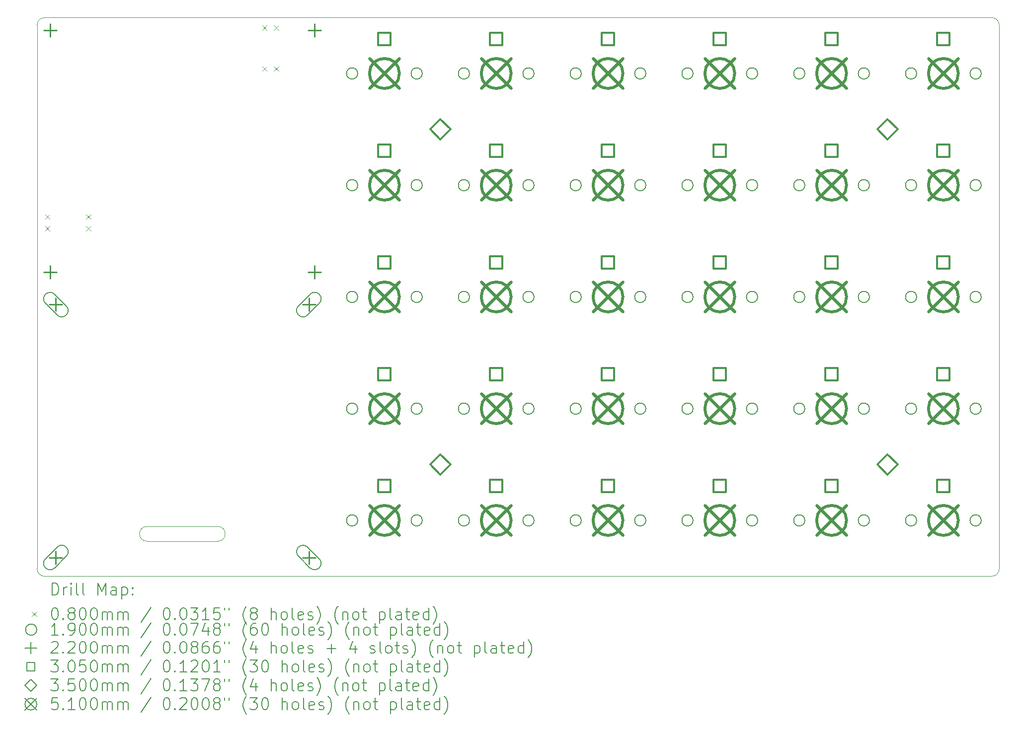
<source format=gbr>
%TF.GenerationSoftware,KiCad,Pcbnew,7.0.5*%
%TF.CreationDate,2024-09-25T00:11:59+08:00*%
%TF.ProjectId,TPS,5450532e-6b69-4636-9164-5f7063625858,rev?*%
%TF.SameCoordinates,Original*%
%TF.FileFunction,Drillmap*%
%TF.FilePolarity,Positive*%
%FSLAX45Y45*%
G04 Gerber Fmt 4.5, Leading zero omitted, Abs format (unit mm)*
G04 Created by KiCad (PCBNEW 7.0.5) date 2024-09-25 00:11:59*
%MOMM*%
%LPD*%
G01*
G04 APERTURE LIST*
%ADD10C,0.100000*%
%ADD11C,0.120000*%
%ADD12C,0.200000*%
%ADD13C,0.080000*%
%ADD14C,0.190000*%
%ADD15C,0.220000*%
%ADD16C,0.305000*%
%ADD17C,0.350000*%
%ADD18C,0.510000*%
G04 APERTURE END LIST*
D10*
X6927100Y-11826300D02*
X5716800Y-11826300D01*
D11*
X20115500Y-2900000D02*
X3973100Y-2900000D01*
X3846100Y-12298000D02*
G75*
G03*
X3973100Y-12425000I127000J0D01*
G01*
X3973100Y-2900000D02*
G75*
G03*
X3846100Y-3027000I0J-127000D01*
G01*
X20242500Y-12298000D02*
X20242500Y-3027000D01*
D10*
X6927100Y-11826300D02*
G75*
G03*
X6927100Y-11576300I0J125000D01*
G01*
D11*
X20115500Y-12425000D02*
X3973100Y-12425000D01*
X3846100Y-3027000D02*
X3846100Y-12298000D01*
X20115500Y-12425000D02*
G75*
G03*
X20242500Y-12298000I0J127000D01*
G01*
D10*
X5716800Y-11576300D02*
G75*
G03*
X5716800Y-11826300I0J-125000D01*
G01*
D11*
X20242500Y-3027000D02*
G75*
G03*
X20115500Y-2900000I-127000J0D01*
G01*
D10*
X6927100Y-11576300D02*
X5716800Y-11576300D01*
D12*
D13*
X3981100Y-6253750D02*
X4061100Y-6333750D01*
X4061100Y-6253750D02*
X3981100Y-6333750D01*
X3981100Y-6453750D02*
X4061100Y-6533750D01*
X4061100Y-6453750D02*
X3981100Y-6533750D01*
X4681100Y-6253750D02*
X4761100Y-6333750D01*
X4761100Y-6253750D02*
X4681100Y-6333750D01*
X4681100Y-6453750D02*
X4761100Y-6533750D01*
X4761100Y-6453750D02*
X4681100Y-6533750D01*
X7681400Y-3035000D02*
X7761400Y-3115000D01*
X7761400Y-3035000D02*
X7681400Y-3115000D01*
X7681400Y-3735000D02*
X7761400Y-3815000D01*
X7761400Y-3735000D02*
X7681400Y-3815000D01*
X7881400Y-3035000D02*
X7961400Y-3115000D01*
X7961400Y-3035000D02*
X7881400Y-3115000D01*
X7881400Y-3735000D02*
X7961400Y-3815000D01*
X7961400Y-3735000D02*
X7881400Y-3815000D01*
D14*
X9310000Y-3852500D02*
G75*
G03*
X9310000Y-3852500I-95000J0D01*
G01*
X9310000Y-5757500D02*
G75*
G03*
X9310000Y-5757500I-95000J0D01*
G01*
X9310000Y-7662500D02*
G75*
G03*
X9310000Y-7662500I-95000J0D01*
G01*
X9310000Y-9567500D02*
G75*
G03*
X9310000Y-9567500I-95000J0D01*
G01*
X9310000Y-11472500D02*
G75*
G03*
X9310000Y-11472500I-95000J0D01*
G01*
X10410000Y-3852500D02*
G75*
G03*
X10410000Y-3852500I-95000J0D01*
G01*
X10410000Y-5757500D02*
G75*
G03*
X10410000Y-5757500I-95000J0D01*
G01*
X10410000Y-7662500D02*
G75*
G03*
X10410000Y-7662500I-95000J0D01*
G01*
X10410000Y-9567500D02*
G75*
G03*
X10410000Y-9567500I-95000J0D01*
G01*
X10410000Y-11472500D02*
G75*
G03*
X10410000Y-11472500I-95000J0D01*
G01*
X11215000Y-3852500D02*
G75*
G03*
X11215000Y-3852500I-95000J0D01*
G01*
X11215000Y-5757500D02*
G75*
G03*
X11215000Y-5757500I-95000J0D01*
G01*
X11215000Y-7662500D02*
G75*
G03*
X11215000Y-7662500I-95000J0D01*
G01*
X11215000Y-9567500D02*
G75*
G03*
X11215000Y-9567500I-95000J0D01*
G01*
X11215000Y-11472500D02*
G75*
G03*
X11215000Y-11472500I-95000J0D01*
G01*
X12315000Y-3852500D02*
G75*
G03*
X12315000Y-3852500I-95000J0D01*
G01*
X12315000Y-5757500D02*
G75*
G03*
X12315000Y-5757500I-95000J0D01*
G01*
X12315000Y-7662500D02*
G75*
G03*
X12315000Y-7662500I-95000J0D01*
G01*
X12315000Y-9567500D02*
G75*
G03*
X12315000Y-9567500I-95000J0D01*
G01*
X12315000Y-11472500D02*
G75*
G03*
X12315000Y-11472500I-95000J0D01*
G01*
X13120000Y-3852500D02*
G75*
G03*
X13120000Y-3852500I-95000J0D01*
G01*
X13120000Y-5757500D02*
G75*
G03*
X13120000Y-5757500I-95000J0D01*
G01*
X13120000Y-7662500D02*
G75*
G03*
X13120000Y-7662500I-95000J0D01*
G01*
X13120000Y-9567500D02*
G75*
G03*
X13120000Y-9567500I-95000J0D01*
G01*
X13120000Y-11472500D02*
G75*
G03*
X13120000Y-11472500I-95000J0D01*
G01*
X14220000Y-3852500D02*
G75*
G03*
X14220000Y-3852500I-95000J0D01*
G01*
X14220000Y-5757500D02*
G75*
G03*
X14220000Y-5757500I-95000J0D01*
G01*
X14220000Y-7662500D02*
G75*
G03*
X14220000Y-7662500I-95000J0D01*
G01*
X14220000Y-9567500D02*
G75*
G03*
X14220000Y-9567500I-95000J0D01*
G01*
X14220000Y-11472500D02*
G75*
G03*
X14220000Y-11472500I-95000J0D01*
G01*
X15025000Y-3852500D02*
G75*
G03*
X15025000Y-3852500I-95000J0D01*
G01*
X15025000Y-5757500D02*
G75*
G03*
X15025000Y-5757500I-95000J0D01*
G01*
X15025000Y-7662500D02*
G75*
G03*
X15025000Y-7662500I-95000J0D01*
G01*
X15025000Y-9567500D02*
G75*
G03*
X15025000Y-9567500I-95000J0D01*
G01*
X15025000Y-11472500D02*
G75*
G03*
X15025000Y-11472500I-95000J0D01*
G01*
X16125000Y-3852500D02*
G75*
G03*
X16125000Y-3852500I-95000J0D01*
G01*
X16125000Y-5757500D02*
G75*
G03*
X16125000Y-5757500I-95000J0D01*
G01*
X16125000Y-7662500D02*
G75*
G03*
X16125000Y-7662500I-95000J0D01*
G01*
X16125000Y-9567500D02*
G75*
G03*
X16125000Y-9567500I-95000J0D01*
G01*
X16125000Y-11472500D02*
G75*
G03*
X16125000Y-11472500I-95000J0D01*
G01*
X16930000Y-3852500D02*
G75*
G03*
X16930000Y-3852500I-95000J0D01*
G01*
X16930000Y-5757500D02*
G75*
G03*
X16930000Y-5757500I-95000J0D01*
G01*
X16930000Y-7662500D02*
G75*
G03*
X16930000Y-7662500I-95000J0D01*
G01*
X16930000Y-9567500D02*
G75*
G03*
X16930000Y-9567500I-95000J0D01*
G01*
X16930000Y-11472500D02*
G75*
G03*
X16930000Y-11472500I-95000J0D01*
G01*
X18030000Y-3852500D02*
G75*
G03*
X18030000Y-3852500I-95000J0D01*
G01*
X18030000Y-5757500D02*
G75*
G03*
X18030000Y-5757500I-95000J0D01*
G01*
X18030000Y-7662500D02*
G75*
G03*
X18030000Y-7662500I-95000J0D01*
G01*
X18030000Y-9567500D02*
G75*
G03*
X18030000Y-9567500I-95000J0D01*
G01*
X18030000Y-11472500D02*
G75*
G03*
X18030000Y-11472500I-95000J0D01*
G01*
X18835000Y-3852500D02*
G75*
G03*
X18835000Y-3852500I-95000J0D01*
G01*
X18835000Y-5757500D02*
G75*
G03*
X18835000Y-5757500I-95000J0D01*
G01*
X18835000Y-7662500D02*
G75*
G03*
X18835000Y-7662500I-95000J0D01*
G01*
X18835000Y-9567500D02*
G75*
G03*
X18835000Y-9567500I-95000J0D01*
G01*
X18835000Y-11472500D02*
G75*
G03*
X18835000Y-11472500I-95000J0D01*
G01*
X19935000Y-3852500D02*
G75*
G03*
X19935000Y-3852500I-95000J0D01*
G01*
X19935000Y-5757500D02*
G75*
G03*
X19935000Y-5757500I-95000J0D01*
G01*
X19935000Y-7662500D02*
G75*
G03*
X19935000Y-7662500I-95000J0D01*
G01*
X19935000Y-9567500D02*
G75*
G03*
X19935000Y-9567500I-95000J0D01*
G01*
X19935000Y-11472500D02*
G75*
G03*
X19935000Y-11472500I-95000J0D01*
G01*
D15*
X4066100Y-3010000D02*
X4066100Y-3230000D01*
X3956100Y-3120000D02*
X4176100Y-3120000D01*
X4066100Y-7128600D02*
X4066100Y-7348600D01*
X3956100Y-7238600D02*
X4176100Y-7238600D01*
X4166100Y-7683600D02*
X4166100Y-7903600D01*
X4056100Y-7793600D02*
X4276100Y-7793600D01*
D12*
X4342877Y-7814813D02*
X4144887Y-7616823D01*
X4144887Y-7616823D02*
G75*
G03*
X3989323Y-7772387I-77782J-77782D01*
G01*
X3989323Y-7772387D02*
X4187313Y-7970377D01*
X4187313Y-7970377D02*
G75*
G03*
X4342877Y-7814813I77782J77782D01*
G01*
D15*
X4166100Y-11995000D02*
X4166100Y-12215000D01*
X4056100Y-12105000D02*
X4276100Y-12105000D01*
D12*
X4187313Y-11928223D02*
X3989323Y-12126213D01*
X3989323Y-12126213D02*
G75*
G03*
X4144887Y-12281777I77782J-77782D01*
G01*
X4144887Y-12281777D02*
X4342877Y-12083787D01*
X4342877Y-12083787D02*
G75*
G03*
X4187313Y-11928223I-77782J77782D01*
G01*
D15*
X8477500Y-7683600D02*
X8477500Y-7903600D01*
X8367500Y-7793600D02*
X8587500Y-7793600D01*
D12*
X8456287Y-7970377D02*
X8654277Y-7772387D01*
X8654277Y-7772387D02*
G75*
G03*
X8498713Y-7616823I-77782J77782D01*
G01*
X8498713Y-7616823D02*
X8300723Y-7814813D01*
X8300723Y-7814813D02*
G75*
G03*
X8456287Y-7970377I77782J-77782D01*
G01*
D15*
X8477500Y-11995000D02*
X8477500Y-12215000D01*
X8367500Y-12105000D02*
X8587500Y-12105000D01*
D12*
X8654277Y-12126213D02*
X8456287Y-11928223D01*
X8456287Y-11928223D02*
G75*
G03*
X8300723Y-12083787I-77782J-77782D01*
G01*
X8300723Y-12083787D02*
X8498713Y-12281777D01*
X8498713Y-12281777D02*
G75*
G03*
X8654277Y-12126213I77782J77782D01*
G01*
D15*
X8577500Y-3010000D02*
X8577500Y-3230000D01*
X8467500Y-3120000D02*
X8687500Y-3120000D01*
X8577500Y-7128600D02*
X8577500Y-7348600D01*
X8467500Y-7238600D02*
X8687500Y-7238600D01*
D16*
X9872835Y-3370335D02*
X9872835Y-3154665D01*
X9657165Y-3154665D01*
X9657165Y-3370335D01*
X9872835Y-3370335D01*
X9872835Y-5275335D02*
X9872835Y-5059665D01*
X9657165Y-5059665D01*
X9657165Y-5275335D01*
X9872835Y-5275335D01*
X9872835Y-7180335D02*
X9872835Y-6964665D01*
X9657165Y-6964665D01*
X9657165Y-7180335D01*
X9872835Y-7180335D01*
X9872835Y-9085335D02*
X9872835Y-8869665D01*
X9657165Y-8869665D01*
X9657165Y-9085335D01*
X9872835Y-9085335D01*
X9872835Y-10990335D02*
X9872835Y-10774665D01*
X9657165Y-10774665D01*
X9657165Y-10990335D01*
X9872835Y-10990335D01*
X11777835Y-3370335D02*
X11777835Y-3154665D01*
X11562165Y-3154665D01*
X11562165Y-3370335D01*
X11777835Y-3370335D01*
X11777835Y-5275335D02*
X11777835Y-5059665D01*
X11562165Y-5059665D01*
X11562165Y-5275335D01*
X11777835Y-5275335D01*
X11777835Y-7180335D02*
X11777835Y-6964665D01*
X11562165Y-6964665D01*
X11562165Y-7180335D01*
X11777835Y-7180335D01*
X11777835Y-9085335D02*
X11777835Y-8869665D01*
X11562165Y-8869665D01*
X11562165Y-9085335D01*
X11777835Y-9085335D01*
X11777835Y-10990335D02*
X11777835Y-10774665D01*
X11562165Y-10774665D01*
X11562165Y-10990335D01*
X11777835Y-10990335D01*
X13682835Y-3370335D02*
X13682835Y-3154665D01*
X13467165Y-3154665D01*
X13467165Y-3370335D01*
X13682835Y-3370335D01*
X13682835Y-5275335D02*
X13682835Y-5059665D01*
X13467165Y-5059665D01*
X13467165Y-5275335D01*
X13682835Y-5275335D01*
X13682835Y-7180335D02*
X13682835Y-6964665D01*
X13467165Y-6964665D01*
X13467165Y-7180335D01*
X13682835Y-7180335D01*
X13682835Y-9085335D02*
X13682835Y-8869665D01*
X13467165Y-8869665D01*
X13467165Y-9085335D01*
X13682835Y-9085335D01*
X13682835Y-10990335D02*
X13682835Y-10774665D01*
X13467165Y-10774665D01*
X13467165Y-10990335D01*
X13682835Y-10990335D01*
X15587835Y-3370335D02*
X15587835Y-3154665D01*
X15372165Y-3154665D01*
X15372165Y-3370335D01*
X15587835Y-3370335D01*
X15587835Y-5275335D02*
X15587835Y-5059665D01*
X15372165Y-5059665D01*
X15372165Y-5275335D01*
X15587835Y-5275335D01*
X15587835Y-7180335D02*
X15587835Y-6964665D01*
X15372165Y-6964665D01*
X15372165Y-7180335D01*
X15587835Y-7180335D01*
X15587835Y-9085335D02*
X15587835Y-8869665D01*
X15372165Y-8869665D01*
X15372165Y-9085335D01*
X15587835Y-9085335D01*
X15587835Y-10990335D02*
X15587835Y-10774665D01*
X15372165Y-10774665D01*
X15372165Y-10990335D01*
X15587835Y-10990335D01*
X17492835Y-3370335D02*
X17492835Y-3154665D01*
X17277165Y-3154665D01*
X17277165Y-3370335D01*
X17492835Y-3370335D01*
X17492835Y-5275335D02*
X17492835Y-5059665D01*
X17277165Y-5059665D01*
X17277165Y-5275335D01*
X17492835Y-5275335D01*
X17492835Y-7180335D02*
X17492835Y-6964665D01*
X17277165Y-6964665D01*
X17277165Y-7180335D01*
X17492835Y-7180335D01*
X17492835Y-9085335D02*
X17492835Y-8869665D01*
X17277165Y-8869665D01*
X17277165Y-9085335D01*
X17492835Y-9085335D01*
X17492835Y-10990335D02*
X17492835Y-10774665D01*
X17277165Y-10774665D01*
X17277165Y-10990335D01*
X17492835Y-10990335D01*
X19397835Y-3370335D02*
X19397835Y-3154665D01*
X19182165Y-3154665D01*
X19182165Y-3370335D01*
X19397835Y-3370335D01*
X19397835Y-5275335D02*
X19397835Y-5059665D01*
X19182165Y-5059665D01*
X19182165Y-5275335D01*
X19397835Y-5275335D01*
X19397835Y-7180335D02*
X19397835Y-6964665D01*
X19182165Y-6964665D01*
X19182165Y-7180335D01*
X19397835Y-7180335D01*
X19397835Y-9085335D02*
X19397835Y-8869665D01*
X19182165Y-8869665D01*
X19182165Y-9085335D01*
X19397835Y-9085335D01*
X19397835Y-10990335D02*
X19397835Y-10774665D01*
X19182165Y-10774665D01*
X19182165Y-10990335D01*
X19397835Y-10990335D01*
D17*
X10717500Y-4980000D02*
X10892500Y-4805000D01*
X10717500Y-4630000D01*
X10542500Y-4805000D01*
X10717500Y-4980000D01*
X10717500Y-10695000D02*
X10892500Y-10520000D01*
X10717500Y-10345000D01*
X10542500Y-10520000D01*
X10717500Y-10695000D01*
X18337500Y-4980000D02*
X18512500Y-4805000D01*
X18337500Y-4630000D01*
X18162500Y-4805000D01*
X18337500Y-4980000D01*
X18337500Y-10695000D02*
X18512500Y-10520000D01*
X18337500Y-10345000D01*
X18162500Y-10520000D01*
X18337500Y-10695000D01*
D18*
X9510000Y-3597500D02*
X10020000Y-4107500D01*
X10020000Y-3597500D02*
X9510000Y-4107500D01*
X10020000Y-3852500D02*
G75*
G03*
X10020000Y-3852500I-255000J0D01*
G01*
X9510000Y-5502500D02*
X10020000Y-6012500D01*
X10020000Y-5502500D02*
X9510000Y-6012500D01*
X10020000Y-5757500D02*
G75*
G03*
X10020000Y-5757500I-255000J0D01*
G01*
X9510000Y-7407500D02*
X10020000Y-7917500D01*
X10020000Y-7407500D02*
X9510000Y-7917500D01*
X10020000Y-7662500D02*
G75*
G03*
X10020000Y-7662500I-255000J0D01*
G01*
X9510000Y-9312500D02*
X10020000Y-9822500D01*
X10020000Y-9312500D02*
X9510000Y-9822500D01*
X10020000Y-9567500D02*
G75*
G03*
X10020000Y-9567500I-255000J0D01*
G01*
X9510000Y-11217500D02*
X10020000Y-11727500D01*
X10020000Y-11217500D02*
X9510000Y-11727500D01*
X10020000Y-11472500D02*
G75*
G03*
X10020000Y-11472500I-255000J0D01*
G01*
X11415000Y-3597500D02*
X11925000Y-4107500D01*
X11925000Y-3597500D02*
X11415000Y-4107500D01*
X11925000Y-3852500D02*
G75*
G03*
X11925000Y-3852500I-255000J0D01*
G01*
X11415000Y-5502500D02*
X11925000Y-6012500D01*
X11925000Y-5502500D02*
X11415000Y-6012500D01*
X11925000Y-5757500D02*
G75*
G03*
X11925000Y-5757500I-255000J0D01*
G01*
X11415000Y-7407500D02*
X11925000Y-7917500D01*
X11925000Y-7407500D02*
X11415000Y-7917500D01*
X11925000Y-7662500D02*
G75*
G03*
X11925000Y-7662500I-255000J0D01*
G01*
X11415000Y-9312500D02*
X11925000Y-9822500D01*
X11925000Y-9312500D02*
X11415000Y-9822500D01*
X11925000Y-9567500D02*
G75*
G03*
X11925000Y-9567500I-255000J0D01*
G01*
X11415000Y-11217500D02*
X11925000Y-11727500D01*
X11925000Y-11217500D02*
X11415000Y-11727500D01*
X11925000Y-11472500D02*
G75*
G03*
X11925000Y-11472500I-255000J0D01*
G01*
X13320000Y-3597500D02*
X13830000Y-4107500D01*
X13830000Y-3597500D02*
X13320000Y-4107500D01*
X13830000Y-3852500D02*
G75*
G03*
X13830000Y-3852500I-255000J0D01*
G01*
X13320000Y-5502500D02*
X13830000Y-6012500D01*
X13830000Y-5502500D02*
X13320000Y-6012500D01*
X13830000Y-5757500D02*
G75*
G03*
X13830000Y-5757500I-255000J0D01*
G01*
X13320000Y-7407500D02*
X13830000Y-7917500D01*
X13830000Y-7407500D02*
X13320000Y-7917500D01*
X13830000Y-7662500D02*
G75*
G03*
X13830000Y-7662500I-255000J0D01*
G01*
X13320000Y-9312500D02*
X13830000Y-9822500D01*
X13830000Y-9312500D02*
X13320000Y-9822500D01*
X13830000Y-9567500D02*
G75*
G03*
X13830000Y-9567500I-255000J0D01*
G01*
X13320000Y-11217500D02*
X13830000Y-11727500D01*
X13830000Y-11217500D02*
X13320000Y-11727500D01*
X13830000Y-11472500D02*
G75*
G03*
X13830000Y-11472500I-255000J0D01*
G01*
X15225000Y-3597500D02*
X15735000Y-4107500D01*
X15735000Y-3597500D02*
X15225000Y-4107500D01*
X15735000Y-3852500D02*
G75*
G03*
X15735000Y-3852500I-255000J0D01*
G01*
X15225000Y-5502500D02*
X15735000Y-6012500D01*
X15735000Y-5502500D02*
X15225000Y-6012500D01*
X15735000Y-5757500D02*
G75*
G03*
X15735000Y-5757500I-255000J0D01*
G01*
X15225000Y-7407500D02*
X15735000Y-7917500D01*
X15735000Y-7407500D02*
X15225000Y-7917500D01*
X15735000Y-7662500D02*
G75*
G03*
X15735000Y-7662500I-255000J0D01*
G01*
X15225000Y-9312500D02*
X15735000Y-9822500D01*
X15735000Y-9312500D02*
X15225000Y-9822500D01*
X15735000Y-9567500D02*
G75*
G03*
X15735000Y-9567500I-255000J0D01*
G01*
X15225000Y-11217500D02*
X15735000Y-11727500D01*
X15735000Y-11217500D02*
X15225000Y-11727500D01*
X15735000Y-11472500D02*
G75*
G03*
X15735000Y-11472500I-255000J0D01*
G01*
X17130000Y-3597500D02*
X17640000Y-4107500D01*
X17640000Y-3597500D02*
X17130000Y-4107500D01*
X17640000Y-3852500D02*
G75*
G03*
X17640000Y-3852500I-255000J0D01*
G01*
X17130000Y-5502500D02*
X17640000Y-6012500D01*
X17640000Y-5502500D02*
X17130000Y-6012500D01*
X17640000Y-5757500D02*
G75*
G03*
X17640000Y-5757500I-255000J0D01*
G01*
X17130000Y-7407500D02*
X17640000Y-7917500D01*
X17640000Y-7407500D02*
X17130000Y-7917500D01*
X17640000Y-7662500D02*
G75*
G03*
X17640000Y-7662500I-255000J0D01*
G01*
X17130000Y-9312500D02*
X17640000Y-9822500D01*
X17640000Y-9312500D02*
X17130000Y-9822500D01*
X17640000Y-9567500D02*
G75*
G03*
X17640000Y-9567500I-255000J0D01*
G01*
X17130000Y-11217500D02*
X17640000Y-11727500D01*
X17640000Y-11217500D02*
X17130000Y-11727500D01*
X17640000Y-11472500D02*
G75*
G03*
X17640000Y-11472500I-255000J0D01*
G01*
X19035000Y-3597500D02*
X19545000Y-4107500D01*
X19545000Y-3597500D02*
X19035000Y-4107500D01*
X19545000Y-3852500D02*
G75*
G03*
X19545000Y-3852500I-255000J0D01*
G01*
X19035000Y-5502500D02*
X19545000Y-6012500D01*
X19545000Y-5502500D02*
X19035000Y-6012500D01*
X19545000Y-5757500D02*
G75*
G03*
X19545000Y-5757500I-255000J0D01*
G01*
X19035000Y-7407500D02*
X19545000Y-7917500D01*
X19545000Y-7407500D02*
X19035000Y-7917500D01*
X19545000Y-7662500D02*
G75*
G03*
X19545000Y-7662500I-255000J0D01*
G01*
X19035000Y-9312500D02*
X19545000Y-9822500D01*
X19545000Y-9312500D02*
X19035000Y-9822500D01*
X19545000Y-9567500D02*
G75*
G03*
X19545000Y-9567500I-255000J0D01*
G01*
X19035000Y-11217500D02*
X19545000Y-11727500D01*
X19545000Y-11217500D02*
X19035000Y-11727500D01*
X19545000Y-11472500D02*
G75*
G03*
X19545000Y-11472500I-255000J0D01*
G01*
D12*
X4100877Y-12742484D02*
X4100877Y-12542484D01*
X4100877Y-12542484D02*
X4148496Y-12542484D01*
X4148496Y-12542484D02*
X4177067Y-12552008D01*
X4177067Y-12552008D02*
X4196115Y-12571055D01*
X4196115Y-12571055D02*
X4205639Y-12590103D01*
X4205639Y-12590103D02*
X4215163Y-12628198D01*
X4215163Y-12628198D02*
X4215163Y-12656769D01*
X4215163Y-12656769D02*
X4205639Y-12694865D01*
X4205639Y-12694865D02*
X4196115Y-12713912D01*
X4196115Y-12713912D02*
X4177067Y-12732960D01*
X4177067Y-12732960D02*
X4148496Y-12742484D01*
X4148496Y-12742484D02*
X4100877Y-12742484D01*
X4300877Y-12742484D02*
X4300877Y-12609150D01*
X4300877Y-12647246D02*
X4310401Y-12628198D01*
X4310401Y-12628198D02*
X4319924Y-12618674D01*
X4319924Y-12618674D02*
X4338972Y-12609150D01*
X4338972Y-12609150D02*
X4358020Y-12609150D01*
X4424686Y-12742484D02*
X4424686Y-12609150D01*
X4424686Y-12542484D02*
X4415163Y-12552008D01*
X4415163Y-12552008D02*
X4424686Y-12561531D01*
X4424686Y-12561531D02*
X4434210Y-12552008D01*
X4434210Y-12552008D02*
X4424686Y-12542484D01*
X4424686Y-12542484D02*
X4424686Y-12561531D01*
X4548496Y-12742484D02*
X4529448Y-12732960D01*
X4529448Y-12732960D02*
X4519924Y-12713912D01*
X4519924Y-12713912D02*
X4519924Y-12542484D01*
X4653258Y-12742484D02*
X4634210Y-12732960D01*
X4634210Y-12732960D02*
X4624686Y-12713912D01*
X4624686Y-12713912D02*
X4624686Y-12542484D01*
X4881829Y-12742484D02*
X4881829Y-12542484D01*
X4881829Y-12542484D02*
X4948496Y-12685341D01*
X4948496Y-12685341D02*
X5015163Y-12542484D01*
X5015163Y-12542484D02*
X5015163Y-12742484D01*
X5196115Y-12742484D02*
X5196115Y-12637722D01*
X5196115Y-12637722D02*
X5186591Y-12618674D01*
X5186591Y-12618674D02*
X5167544Y-12609150D01*
X5167544Y-12609150D02*
X5129448Y-12609150D01*
X5129448Y-12609150D02*
X5110401Y-12618674D01*
X5196115Y-12732960D02*
X5177067Y-12742484D01*
X5177067Y-12742484D02*
X5129448Y-12742484D01*
X5129448Y-12742484D02*
X5110401Y-12732960D01*
X5110401Y-12732960D02*
X5100877Y-12713912D01*
X5100877Y-12713912D02*
X5100877Y-12694865D01*
X5100877Y-12694865D02*
X5110401Y-12675817D01*
X5110401Y-12675817D02*
X5129448Y-12666293D01*
X5129448Y-12666293D02*
X5177067Y-12666293D01*
X5177067Y-12666293D02*
X5196115Y-12656769D01*
X5291353Y-12609150D02*
X5291353Y-12809150D01*
X5291353Y-12618674D02*
X5310401Y-12609150D01*
X5310401Y-12609150D02*
X5348496Y-12609150D01*
X5348496Y-12609150D02*
X5367544Y-12618674D01*
X5367544Y-12618674D02*
X5377067Y-12628198D01*
X5377067Y-12628198D02*
X5386591Y-12647246D01*
X5386591Y-12647246D02*
X5386591Y-12704388D01*
X5386591Y-12704388D02*
X5377067Y-12723436D01*
X5377067Y-12723436D02*
X5367544Y-12732960D01*
X5367544Y-12732960D02*
X5348496Y-12742484D01*
X5348496Y-12742484D02*
X5310401Y-12742484D01*
X5310401Y-12742484D02*
X5291353Y-12732960D01*
X5472305Y-12723436D02*
X5481829Y-12732960D01*
X5481829Y-12732960D02*
X5472305Y-12742484D01*
X5472305Y-12742484D02*
X5462782Y-12732960D01*
X5462782Y-12732960D02*
X5472305Y-12723436D01*
X5472305Y-12723436D02*
X5472305Y-12742484D01*
X5472305Y-12618674D02*
X5481829Y-12628198D01*
X5481829Y-12628198D02*
X5472305Y-12637722D01*
X5472305Y-12637722D02*
X5462782Y-12628198D01*
X5462782Y-12628198D02*
X5472305Y-12618674D01*
X5472305Y-12618674D02*
X5472305Y-12637722D01*
D13*
X3760100Y-13031000D02*
X3840100Y-13111000D01*
X3840100Y-13031000D02*
X3760100Y-13111000D01*
D12*
X4138972Y-12962484D02*
X4158020Y-12962484D01*
X4158020Y-12962484D02*
X4177067Y-12972008D01*
X4177067Y-12972008D02*
X4186591Y-12981531D01*
X4186591Y-12981531D02*
X4196115Y-13000579D01*
X4196115Y-13000579D02*
X4205639Y-13038674D01*
X4205639Y-13038674D02*
X4205639Y-13086293D01*
X4205639Y-13086293D02*
X4196115Y-13124388D01*
X4196115Y-13124388D02*
X4186591Y-13143436D01*
X4186591Y-13143436D02*
X4177067Y-13152960D01*
X4177067Y-13152960D02*
X4158020Y-13162484D01*
X4158020Y-13162484D02*
X4138972Y-13162484D01*
X4138972Y-13162484D02*
X4119924Y-13152960D01*
X4119924Y-13152960D02*
X4110401Y-13143436D01*
X4110401Y-13143436D02*
X4100877Y-13124388D01*
X4100877Y-13124388D02*
X4091353Y-13086293D01*
X4091353Y-13086293D02*
X4091353Y-13038674D01*
X4091353Y-13038674D02*
X4100877Y-13000579D01*
X4100877Y-13000579D02*
X4110401Y-12981531D01*
X4110401Y-12981531D02*
X4119924Y-12972008D01*
X4119924Y-12972008D02*
X4138972Y-12962484D01*
X4291353Y-13143436D02*
X4300877Y-13152960D01*
X4300877Y-13152960D02*
X4291353Y-13162484D01*
X4291353Y-13162484D02*
X4281829Y-13152960D01*
X4281829Y-13152960D02*
X4291353Y-13143436D01*
X4291353Y-13143436D02*
X4291353Y-13162484D01*
X4415163Y-13048198D02*
X4396115Y-13038674D01*
X4396115Y-13038674D02*
X4386591Y-13029150D01*
X4386591Y-13029150D02*
X4377067Y-13010103D01*
X4377067Y-13010103D02*
X4377067Y-13000579D01*
X4377067Y-13000579D02*
X4386591Y-12981531D01*
X4386591Y-12981531D02*
X4396115Y-12972008D01*
X4396115Y-12972008D02*
X4415163Y-12962484D01*
X4415163Y-12962484D02*
X4453258Y-12962484D01*
X4453258Y-12962484D02*
X4472305Y-12972008D01*
X4472305Y-12972008D02*
X4481829Y-12981531D01*
X4481829Y-12981531D02*
X4491353Y-13000579D01*
X4491353Y-13000579D02*
X4491353Y-13010103D01*
X4491353Y-13010103D02*
X4481829Y-13029150D01*
X4481829Y-13029150D02*
X4472305Y-13038674D01*
X4472305Y-13038674D02*
X4453258Y-13048198D01*
X4453258Y-13048198D02*
X4415163Y-13048198D01*
X4415163Y-13048198D02*
X4396115Y-13057722D01*
X4396115Y-13057722D02*
X4386591Y-13067246D01*
X4386591Y-13067246D02*
X4377067Y-13086293D01*
X4377067Y-13086293D02*
X4377067Y-13124388D01*
X4377067Y-13124388D02*
X4386591Y-13143436D01*
X4386591Y-13143436D02*
X4396115Y-13152960D01*
X4396115Y-13152960D02*
X4415163Y-13162484D01*
X4415163Y-13162484D02*
X4453258Y-13162484D01*
X4453258Y-13162484D02*
X4472305Y-13152960D01*
X4472305Y-13152960D02*
X4481829Y-13143436D01*
X4481829Y-13143436D02*
X4491353Y-13124388D01*
X4491353Y-13124388D02*
X4491353Y-13086293D01*
X4491353Y-13086293D02*
X4481829Y-13067246D01*
X4481829Y-13067246D02*
X4472305Y-13057722D01*
X4472305Y-13057722D02*
X4453258Y-13048198D01*
X4615163Y-12962484D02*
X4634210Y-12962484D01*
X4634210Y-12962484D02*
X4653258Y-12972008D01*
X4653258Y-12972008D02*
X4662782Y-12981531D01*
X4662782Y-12981531D02*
X4672305Y-13000579D01*
X4672305Y-13000579D02*
X4681829Y-13038674D01*
X4681829Y-13038674D02*
X4681829Y-13086293D01*
X4681829Y-13086293D02*
X4672305Y-13124388D01*
X4672305Y-13124388D02*
X4662782Y-13143436D01*
X4662782Y-13143436D02*
X4653258Y-13152960D01*
X4653258Y-13152960D02*
X4634210Y-13162484D01*
X4634210Y-13162484D02*
X4615163Y-13162484D01*
X4615163Y-13162484D02*
X4596115Y-13152960D01*
X4596115Y-13152960D02*
X4586591Y-13143436D01*
X4586591Y-13143436D02*
X4577067Y-13124388D01*
X4577067Y-13124388D02*
X4567544Y-13086293D01*
X4567544Y-13086293D02*
X4567544Y-13038674D01*
X4567544Y-13038674D02*
X4577067Y-13000579D01*
X4577067Y-13000579D02*
X4586591Y-12981531D01*
X4586591Y-12981531D02*
X4596115Y-12972008D01*
X4596115Y-12972008D02*
X4615163Y-12962484D01*
X4805639Y-12962484D02*
X4824686Y-12962484D01*
X4824686Y-12962484D02*
X4843734Y-12972008D01*
X4843734Y-12972008D02*
X4853258Y-12981531D01*
X4853258Y-12981531D02*
X4862782Y-13000579D01*
X4862782Y-13000579D02*
X4872305Y-13038674D01*
X4872305Y-13038674D02*
X4872305Y-13086293D01*
X4872305Y-13086293D02*
X4862782Y-13124388D01*
X4862782Y-13124388D02*
X4853258Y-13143436D01*
X4853258Y-13143436D02*
X4843734Y-13152960D01*
X4843734Y-13152960D02*
X4824686Y-13162484D01*
X4824686Y-13162484D02*
X4805639Y-13162484D01*
X4805639Y-13162484D02*
X4786591Y-13152960D01*
X4786591Y-13152960D02*
X4777067Y-13143436D01*
X4777067Y-13143436D02*
X4767544Y-13124388D01*
X4767544Y-13124388D02*
X4758020Y-13086293D01*
X4758020Y-13086293D02*
X4758020Y-13038674D01*
X4758020Y-13038674D02*
X4767544Y-13000579D01*
X4767544Y-13000579D02*
X4777067Y-12981531D01*
X4777067Y-12981531D02*
X4786591Y-12972008D01*
X4786591Y-12972008D02*
X4805639Y-12962484D01*
X4958020Y-13162484D02*
X4958020Y-13029150D01*
X4958020Y-13048198D02*
X4967544Y-13038674D01*
X4967544Y-13038674D02*
X4986591Y-13029150D01*
X4986591Y-13029150D02*
X5015163Y-13029150D01*
X5015163Y-13029150D02*
X5034210Y-13038674D01*
X5034210Y-13038674D02*
X5043734Y-13057722D01*
X5043734Y-13057722D02*
X5043734Y-13162484D01*
X5043734Y-13057722D02*
X5053258Y-13038674D01*
X5053258Y-13038674D02*
X5072305Y-13029150D01*
X5072305Y-13029150D02*
X5100877Y-13029150D01*
X5100877Y-13029150D02*
X5119925Y-13038674D01*
X5119925Y-13038674D02*
X5129448Y-13057722D01*
X5129448Y-13057722D02*
X5129448Y-13162484D01*
X5224686Y-13162484D02*
X5224686Y-13029150D01*
X5224686Y-13048198D02*
X5234210Y-13038674D01*
X5234210Y-13038674D02*
X5253258Y-13029150D01*
X5253258Y-13029150D02*
X5281829Y-13029150D01*
X5281829Y-13029150D02*
X5300877Y-13038674D01*
X5300877Y-13038674D02*
X5310401Y-13057722D01*
X5310401Y-13057722D02*
X5310401Y-13162484D01*
X5310401Y-13057722D02*
X5319925Y-13038674D01*
X5319925Y-13038674D02*
X5338972Y-13029150D01*
X5338972Y-13029150D02*
X5367544Y-13029150D01*
X5367544Y-13029150D02*
X5386591Y-13038674D01*
X5386591Y-13038674D02*
X5396115Y-13057722D01*
X5396115Y-13057722D02*
X5396115Y-13162484D01*
X5786591Y-12952960D02*
X5615163Y-13210103D01*
X6043734Y-12962484D02*
X6062782Y-12962484D01*
X6062782Y-12962484D02*
X6081829Y-12972008D01*
X6081829Y-12972008D02*
X6091353Y-12981531D01*
X6091353Y-12981531D02*
X6100877Y-13000579D01*
X6100877Y-13000579D02*
X6110401Y-13038674D01*
X6110401Y-13038674D02*
X6110401Y-13086293D01*
X6110401Y-13086293D02*
X6100877Y-13124388D01*
X6100877Y-13124388D02*
X6091353Y-13143436D01*
X6091353Y-13143436D02*
X6081829Y-13152960D01*
X6081829Y-13152960D02*
X6062782Y-13162484D01*
X6062782Y-13162484D02*
X6043734Y-13162484D01*
X6043734Y-13162484D02*
X6024686Y-13152960D01*
X6024686Y-13152960D02*
X6015163Y-13143436D01*
X6015163Y-13143436D02*
X6005639Y-13124388D01*
X6005639Y-13124388D02*
X5996115Y-13086293D01*
X5996115Y-13086293D02*
X5996115Y-13038674D01*
X5996115Y-13038674D02*
X6005639Y-13000579D01*
X6005639Y-13000579D02*
X6015163Y-12981531D01*
X6015163Y-12981531D02*
X6024686Y-12972008D01*
X6024686Y-12972008D02*
X6043734Y-12962484D01*
X6196115Y-13143436D02*
X6205639Y-13152960D01*
X6205639Y-13152960D02*
X6196115Y-13162484D01*
X6196115Y-13162484D02*
X6186591Y-13152960D01*
X6186591Y-13152960D02*
X6196115Y-13143436D01*
X6196115Y-13143436D02*
X6196115Y-13162484D01*
X6329448Y-12962484D02*
X6348496Y-12962484D01*
X6348496Y-12962484D02*
X6367544Y-12972008D01*
X6367544Y-12972008D02*
X6377067Y-12981531D01*
X6377067Y-12981531D02*
X6386591Y-13000579D01*
X6386591Y-13000579D02*
X6396115Y-13038674D01*
X6396115Y-13038674D02*
X6396115Y-13086293D01*
X6396115Y-13086293D02*
X6386591Y-13124388D01*
X6386591Y-13124388D02*
X6377067Y-13143436D01*
X6377067Y-13143436D02*
X6367544Y-13152960D01*
X6367544Y-13152960D02*
X6348496Y-13162484D01*
X6348496Y-13162484D02*
X6329448Y-13162484D01*
X6329448Y-13162484D02*
X6310401Y-13152960D01*
X6310401Y-13152960D02*
X6300877Y-13143436D01*
X6300877Y-13143436D02*
X6291353Y-13124388D01*
X6291353Y-13124388D02*
X6281829Y-13086293D01*
X6281829Y-13086293D02*
X6281829Y-13038674D01*
X6281829Y-13038674D02*
X6291353Y-13000579D01*
X6291353Y-13000579D02*
X6300877Y-12981531D01*
X6300877Y-12981531D02*
X6310401Y-12972008D01*
X6310401Y-12972008D02*
X6329448Y-12962484D01*
X6462782Y-12962484D02*
X6586591Y-12962484D01*
X6586591Y-12962484D02*
X6519925Y-13038674D01*
X6519925Y-13038674D02*
X6548496Y-13038674D01*
X6548496Y-13038674D02*
X6567544Y-13048198D01*
X6567544Y-13048198D02*
X6577067Y-13057722D01*
X6577067Y-13057722D02*
X6586591Y-13076769D01*
X6586591Y-13076769D02*
X6586591Y-13124388D01*
X6586591Y-13124388D02*
X6577067Y-13143436D01*
X6577067Y-13143436D02*
X6567544Y-13152960D01*
X6567544Y-13152960D02*
X6548496Y-13162484D01*
X6548496Y-13162484D02*
X6491353Y-13162484D01*
X6491353Y-13162484D02*
X6472306Y-13152960D01*
X6472306Y-13152960D02*
X6462782Y-13143436D01*
X6777067Y-13162484D02*
X6662782Y-13162484D01*
X6719925Y-13162484D02*
X6719925Y-12962484D01*
X6719925Y-12962484D02*
X6700877Y-12991055D01*
X6700877Y-12991055D02*
X6681829Y-13010103D01*
X6681829Y-13010103D02*
X6662782Y-13019627D01*
X6958020Y-12962484D02*
X6862782Y-12962484D01*
X6862782Y-12962484D02*
X6853258Y-13057722D01*
X6853258Y-13057722D02*
X6862782Y-13048198D01*
X6862782Y-13048198D02*
X6881829Y-13038674D01*
X6881829Y-13038674D02*
X6929448Y-13038674D01*
X6929448Y-13038674D02*
X6948496Y-13048198D01*
X6948496Y-13048198D02*
X6958020Y-13057722D01*
X6958020Y-13057722D02*
X6967544Y-13076769D01*
X6967544Y-13076769D02*
X6967544Y-13124388D01*
X6967544Y-13124388D02*
X6958020Y-13143436D01*
X6958020Y-13143436D02*
X6948496Y-13152960D01*
X6948496Y-13152960D02*
X6929448Y-13162484D01*
X6929448Y-13162484D02*
X6881829Y-13162484D01*
X6881829Y-13162484D02*
X6862782Y-13152960D01*
X6862782Y-13152960D02*
X6853258Y-13143436D01*
X7043734Y-12962484D02*
X7043734Y-13000579D01*
X7119925Y-12962484D02*
X7119925Y-13000579D01*
X7415163Y-13238674D02*
X7405639Y-13229150D01*
X7405639Y-13229150D02*
X7386591Y-13200579D01*
X7386591Y-13200579D02*
X7377068Y-13181531D01*
X7377068Y-13181531D02*
X7367544Y-13152960D01*
X7367544Y-13152960D02*
X7358020Y-13105341D01*
X7358020Y-13105341D02*
X7358020Y-13067246D01*
X7358020Y-13067246D02*
X7367544Y-13019627D01*
X7367544Y-13019627D02*
X7377068Y-12991055D01*
X7377068Y-12991055D02*
X7386591Y-12972008D01*
X7386591Y-12972008D02*
X7405639Y-12943436D01*
X7405639Y-12943436D02*
X7415163Y-12933912D01*
X7519925Y-13048198D02*
X7500877Y-13038674D01*
X7500877Y-13038674D02*
X7491353Y-13029150D01*
X7491353Y-13029150D02*
X7481829Y-13010103D01*
X7481829Y-13010103D02*
X7481829Y-13000579D01*
X7481829Y-13000579D02*
X7491353Y-12981531D01*
X7491353Y-12981531D02*
X7500877Y-12972008D01*
X7500877Y-12972008D02*
X7519925Y-12962484D01*
X7519925Y-12962484D02*
X7558020Y-12962484D01*
X7558020Y-12962484D02*
X7577068Y-12972008D01*
X7577068Y-12972008D02*
X7586591Y-12981531D01*
X7586591Y-12981531D02*
X7596115Y-13000579D01*
X7596115Y-13000579D02*
X7596115Y-13010103D01*
X7596115Y-13010103D02*
X7586591Y-13029150D01*
X7586591Y-13029150D02*
X7577068Y-13038674D01*
X7577068Y-13038674D02*
X7558020Y-13048198D01*
X7558020Y-13048198D02*
X7519925Y-13048198D01*
X7519925Y-13048198D02*
X7500877Y-13057722D01*
X7500877Y-13057722D02*
X7491353Y-13067246D01*
X7491353Y-13067246D02*
X7481829Y-13086293D01*
X7481829Y-13086293D02*
X7481829Y-13124388D01*
X7481829Y-13124388D02*
X7491353Y-13143436D01*
X7491353Y-13143436D02*
X7500877Y-13152960D01*
X7500877Y-13152960D02*
X7519925Y-13162484D01*
X7519925Y-13162484D02*
X7558020Y-13162484D01*
X7558020Y-13162484D02*
X7577068Y-13152960D01*
X7577068Y-13152960D02*
X7586591Y-13143436D01*
X7586591Y-13143436D02*
X7596115Y-13124388D01*
X7596115Y-13124388D02*
X7596115Y-13086293D01*
X7596115Y-13086293D02*
X7586591Y-13067246D01*
X7586591Y-13067246D02*
X7577068Y-13057722D01*
X7577068Y-13057722D02*
X7558020Y-13048198D01*
X7834210Y-13162484D02*
X7834210Y-12962484D01*
X7919925Y-13162484D02*
X7919925Y-13057722D01*
X7919925Y-13057722D02*
X7910401Y-13038674D01*
X7910401Y-13038674D02*
X7891353Y-13029150D01*
X7891353Y-13029150D02*
X7862782Y-13029150D01*
X7862782Y-13029150D02*
X7843734Y-13038674D01*
X7843734Y-13038674D02*
X7834210Y-13048198D01*
X8043734Y-13162484D02*
X8024687Y-13152960D01*
X8024687Y-13152960D02*
X8015163Y-13143436D01*
X8015163Y-13143436D02*
X8005639Y-13124388D01*
X8005639Y-13124388D02*
X8005639Y-13067246D01*
X8005639Y-13067246D02*
X8015163Y-13048198D01*
X8015163Y-13048198D02*
X8024687Y-13038674D01*
X8024687Y-13038674D02*
X8043734Y-13029150D01*
X8043734Y-13029150D02*
X8072306Y-13029150D01*
X8072306Y-13029150D02*
X8091353Y-13038674D01*
X8091353Y-13038674D02*
X8100877Y-13048198D01*
X8100877Y-13048198D02*
X8110401Y-13067246D01*
X8110401Y-13067246D02*
X8110401Y-13124388D01*
X8110401Y-13124388D02*
X8100877Y-13143436D01*
X8100877Y-13143436D02*
X8091353Y-13152960D01*
X8091353Y-13152960D02*
X8072306Y-13162484D01*
X8072306Y-13162484D02*
X8043734Y-13162484D01*
X8224687Y-13162484D02*
X8205639Y-13152960D01*
X8205639Y-13152960D02*
X8196115Y-13133912D01*
X8196115Y-13133912D02*
X8196115Y-12962484D01*
X8377068Y-13152960D02*
X8358020Y-13162484D01*
X8358020Y-13162484D02*
X8319925Y-13162484D01*
X8319925Y-13162484D02*
X8300877Y-13152960D01*
X8300877Y-13152960D02*
X8291353Y-13133912D01*
X8291353Y-13133912D02*
X8291353Y-13057722D01*
X8291353Y-13057722D02*
X8300877Y-13038674D01*
X8300877Y-13038674D02*
X8319925Y-13029150D01*
X8319925Y-13029150D02*
X8358020Y-13029150D01*
X8358020Y-13029150D02*
X8377068Y-13038674D01*
X8377068Y-13038674D02*
X8386591Y-13057722D01*
X8386591Y-13057722D02*
X8386591Y-13076769D01*
X8386591Y-13076769D02*
X8291353Y-13095817D01*
X8462782Y-13152960D02*
X8481830Y-13162484D01*
X8481830Y-13162484D02*
X8519925Y-13162484D01*
X8519925Y-13162484D02*
X8538973Y-13152960D01*
X8538973Y-13152960D02*
X8548496Y-13133912D01*
X8548496Y-13133912D02*
X8548496Y-13124388D01*
X8548496Y-13124388D02*
X8538973Y-13105341D01*
X8538973Y-13105341D02*
X8519925Y-13095817D01*
X8519925Y-13095817D02*
X8491353Y-13095817D01*
X8491353Y-13095817D02*
X8472306Y-13086293D01*
X8472306Y-13086293D02*
X8462782Y-13067246D01*
X8462782Y-13067246D02*
X8462782Y-13057722D01*
X8462782Y-13057722D02*
X8472306Y-13038674D01*
X8472306Y-13038674D02*
X8491353Y-13029150D01*
X8491353Y-13029150D02*
X8519925Y-13029150D01*
X8519925Y-13029150D02*
X8538973Y-13038674D01*
X8615163Y-13238674D02*
X8624687Y-13229150D01*
X8624687Y-13229150D02*
X8643734Y-13200579D01*
X8643734Y-13200579D02*
X8653258Y-13181531D01*
X8653258Y-13181531D02*
X8662782Y-13152960D01*
X8662782Y-13152960D02*
X8672306Y-13105341D01*
X8672306Y-13105341D02*
X8672306Y-13067246D01*
X8672306Y-13067246D02*
X8662782Y-13019627D01*
X8662782Y-13019627D02*
X8653258Y-12991055D01*
X8653258Y-12991055D02*
X8643734Y-12972008D01*
X8643734Y-12972008D02*
X8624687Y-12943436D01*
X8624687Y-12943436D02*
X8615163Y-12933912D01*
X8977068Y-13238674D02*
X8967544Y-13229150D01*
X8967544Y-13229150D02*
X8948496Y-13200579D01*
X8948496Y-13200579D02*
X8938973Y-13181531D01*
X8938973Y-13181531D02*
X8929449Y-13152960D01*
X8929449Y-13152960D02*
X8919925Y-13105341D01*
X8919925Y-13105341D02*
X8919925Y-13067246D01*
X8919925Y-13067246D02*
X8929449Y-13019627D01*
X8929449Y-13019627D02*
X8938973Y-12991055D01*
X8938973Y-12991055D02*
X8948496Y-12972008D01*
X8948496Y-12972008D02*
X8967544Y-12943436D01*
X8967544Y-12943436D02*
X8977068Y-12933912D01*
X9053258Y-13029150D02*
X9053258Y-13162484D01*
X9053258Y-13048198D02*
X9062782Y-13038674D01*
X9062782Y-13038674D02*
X9081830Y-13029150D01*
X9081830Y-13029150D02*
X9110401Y-13029150D01*
X9110401Y-13029150D02*
X9129449Y-13038674D01*
X9129449Y-13038674D02*
X9138973Y-13057722D01*
X9138973Y-13057722D02*
X9138973Y-13162484D01*
X9262782Y-13162484D02*
X9243734Y-13152960D01*
X9243734Y-13152960D02*
X9234211Y-13143436D01*
X9234211Y-13143436D02*
X9224687Y-13124388D01*
X9224687Y-13124388D02*
X9224687Y-13067246D01*
X9224687Y-13067246D02*
X9234211Y-13048198D01*
X9234211Y-13048198D02*
X9243734Y-13038674D01*
X9243734Y-13038674D02*
X9262782Y-13029150D01*
X9262782Y-13029150D02*
X9291354Y-13029150D01*
X9291354Y-13029150D02*
X9310401Y-13038674D01*
X9310401Y-13038674D02*
X9319925Y-13048198D01*
X9319925Y-13048198D02*
X9329449Y-13067246D01*
X9329449Y-13067246D02*
X9329449Y-13124388D01*
X9329449Y-13124388D02*
X9319925Y-13143436D01*
X9319925Y-13143436D02*
X9310401Y-13152960D01*
X9310401Y-13152960D02*
X9291354Y-13162484D01*
X9291354Y-13162484D02*
X9262782Y-13162484D01*
X9386592Y-13029150D02*
X9462782Y-13029150D01*
X9415163Y-12962484D02*
X9415163Y-13133912D01*
X9415163Y-13133912D02*
X9424687Y-13152960D01*
X9424687Y-13152960D02*
X9443734Y-13162484D01*
X9443734Y-13162484D02*
X9462782Y-13162484D01*
X9681830Y-13029150D02*
X9681830Y-13229150D01*
X9681830Y-13038674D02*
X9700877Y-13029150D01*
X9700877Y-13029150D02*
X9738973Y-13029150D01*
X9738973Y-13029150D02*
X9758020Y-13038674D01*
X9758020Y-13038674D02*
X9767544Y-13048198D01*
X9767544Y-13048198D02*
X9777068Y-13067246D01*
X9777068Y-13067246D02*
X9777068Y-13124388D01*
X9777068Y-13124388D02*
X9767544Y-13143436D01*
X9767544Y-13143436D02*
X9758020Y-13152960D01*
X9758020Y-13152960D02*
X9738973Y-13162484D01*
X9738973Y-13162484D02*
X9700877Y-13162484D01*
X9700877Y-13162484D02*
X9681830Y-13152960D01*
X9891354Y-13162484D02*
X9872306Y-13152960D01*
X9872306Y-13152960D02*
X9862782Y-13133912D01*
X9862782Y-13133912D02*
X9862782Y-12962484D01*
X10053258Y-13162484D02*
X10053258Y-13057722D01*
X10053258Y-13057722D02*
X10043735Y-13038674D01*
X10043735Y-13038674D02*
X10024687Y-13029150D01*
X10024687Y-13029150D02*
X9986592Y-13029150D01*
X9986592Y-13029150D02*
X9967544Y-13038674D01*
X10053258Y-13152960D02*
X10034211Y-13162484D01*
X10034211Y-13162484D02*
X9986592Y-13162484D01*
X9986592Y-13162484D02*
X9967544Y-13152960D01*
X9967544Y-13152960D02*
X9958020Y-13133912D01*
X9958020Y-13133912D02*
X9958020Y-13114865D01*
X9958020Y-13114865D02*
X9967544Y-13095817D01*
X9967544Y-13095817D02*
X9986592Y-13086293D01*
X9986592Y-13086293D02*
X10034211Y-13086293D01*
X10034211Y-13086293D02*
X10053258Y-13076769D01*
X10119925Y-13029150D02*
X10196115Y-13029150D01*
X10148496Y-12962484D02*
X10148496Y-13133912D01*
X10148496Y-13133912D02*
X10158020Y-13152960D01*
X10158020Y-13152960D02*
X10177068Y-13162484D01*
X10177068Y-13162484D02*
X10196115Y-13162484D01*
X10338973Y-13152960D02*
X10319925Y-13162484D01*
X10319925Y-13162484D02*
X10281830Y-13162484D01*
X10281830Y-13162484D02*
X10262782Y-13152960D01*
X10262782Y-13152960D02*
X10253258Y-13133912D01*
X10253258Y-13133912D02*
X10253258Y-13057722D01*
X10253258Y-13057722D02*
X10262782Y-13038674D01*
X10262782Y-13038674D02*
X10281830Y-13029150D01*
X10281830Y-13029150D02*
X10319925Y-13029150D01*
X10319925Y-13029150D02*
X10338973Y-13038674D01*
X10338973Y-13038674D02*
X10348496Y-13057722D01*
X10348496Y-13057722D02*
X10348496Y-13076769D01*
X10348496Y-13076769D02*
X10253258Y-13095817D01*
X10519925Y-13162484D02*
X10519925Y-12962484D01*
X10519925Y-13152960D02*
X10500877Y-13162484D01*
X10500877Y-13162484D02*
X10462782Y-13162484D01*
X10462782Y-13162484D02*
X10443735Y-13152960D01*
X10443735Y-13152960D02*
X10434211Y-13143436D01*
X10434211Y-13143436D02*
X10424687Y-13124388D01*
X10424687Y-13124388D02*
X10424687Y-13067246D01*
X10424687Y-13067246D02*
X10434211Y-13048198D01*
X10434211Y-13048198D02*
X10443735Y-13038674D01*
X10443735Y-13038674D02*
X10462782Y-13029150D01*
X10462782Y-13029150D02*
X10500877Y-13029150D01*
X10500877Y-13029150D02*
X10519925Y-13038674D01*
X10596116Y-13238674D02*
X10605639Y-13229150D01*
X10605639Y-13229150D02*
X10624687Y-13200579D01*
X10624687Y-13200579D02*
X10634211Y-13181531D01*
X10634211Y-13181531D02*
X10643735Y-13152960D01*
X10643735Y-13152960D02*
X10653258Y-13105341D01*
X10653258Y-13105341D02*
X10653258Y-13067246D01*
X10653258Y-13067246D02*
X10643735Y-13019627D01*
X10643735Y-13019627D02*
X10634211Y-12991055D01*
X10634211Y-12991055D02*
X10624687Y-12972008D01*
X10624687Y-12972008D02*
X10605639Y-12943436D01*
X10605639Y-12943436D02*
X10596116Y-12933912D01*
D14*
X3840100Y-13335000D02*
G75*
G03*
X3840100Y-13335000I-95000J0D01*
G01*
D12*
X4205639Y-13426484D02*
X4091353Y-13426484D01*
X4148496Y-13426484D02*
X4148496Y-13226484D01*
X4148496Y-13226484D02*
X4129448Y-13255055D01*
X4129448Y-13255055D02*
X4110401Y-13274103D01*
X4110401Y-13274103D02*
X4091353Y-13283627D01*
X4291353Y-13407436D02*
X4300877Y-13416960D01*
X4300877Y-13416960D02*
X4291353Y-13426484D01*
X4291353Y-13426484D02*
X4281829Y-13416960D01*
X4281829Y-13416960D02*
X4291353Y-13407436D01*
X4291353Y-13407436D02*
X4291353Y-13426484D01*
X4396115Y-13426484D02*
X4434210Y-13426484D01*
X4434210Y-13426484D02*
X4453258Y-13416960D01*
X4453258Y-13416960D02*
X4462782Y-13407436D01*
X4462782Y-13407436D02*
X4481829Y-13378865D01*
X4481829Y-13378865D02*
X4491353Y-13340769D01*
X4491353Y-13340769D02*
X4491353Y-13264579D01*
X4491353Y-13264579D02*
X4481829Y-13245531D01*
X4481829Y-13245531D02*
X4472305Y-13236008D01*
X4472305Y-13236008D02*
X4453258Y-13226484D01*
X4453258Y-13226484D02*
X4415163Y-13226484D01*
X4415163Y-13226484D02*
X4396115Y-13236008D01*
X4396115Y-13236008D02*
X4386591Y-13245531D01*
X4386591Y-13245531D02*
X4377067Y-13264579D01*
X4377067Y-13264579D02*
X4377067Y-13312198D01*
X4377067Y-13312198D02*
X4386591Y-13331246D01*
X4386591Y-13331246D02*
X4396115Y-13340769D01*
X4396115Y-13340769D02*
X4415163Y-13350293D01*
X4415163Y-13350293D02*
X4453258Y-13350293D01*
X4453258Y-13350293D02*
X4472305Y-13340769D01*
X4472305Y-13340769D02*
X4481829Y-13331246D01*
X4481829Y-13331246D02*
X4491353Y-13312198D01*
X4615163Y-13226484D02*
X4634210Y-13226484D01*
X4634210Y-13226484D02*
X4653258Y-13236008D01*
X4653258Y-13236008D02*
X4662782Y-13245531D01*
X4662782Y-13245531D02*
X4672305Y-13264579D01*
X4672305Y-13264579D02*
X4681829Y-13302674D01*
X4681829Y-13302674D02*
X4681829Y-13350293D01*
X4681829Y-13350293D02*
X4672305Y-13388388D01*
X4672305Y-13388388D02*
X4662782Y-13407436D01*
X4662782Y-13407436D02*
X4653258Y-13416960D01*
X4653258Y-13416960D02*
X4634210Y-13426484D01*
X4634210Y-13426484D02*
X4615163Y-13426484D01*
X4615163Y-13426484D02*
X4596115Y-13416960D01*
X4596115Y-13416960D02*
X4586591Y-13407436D01*
X4586591Y-13407436D02*
X4577067Y-13388388D01*
X4577067Y-13388388D02*
X4567544Y-13350293D01*
X4567544Y-13350293D02*
X4567544Y-13302674D01*
X4567544Y-13302674D02*
X4577067Y-13264579D01*
X4577067Y-13264579D02*
X4586591Y-13245531D01*
X4586591Y-13245531D02*
X4596115Y-13236008D01*
X4596115Y-13236008D02*
X4615163Y-13226484D01*
X4805639Y-13226484D02*
X4824686Y-13226484D01*
X4824686Y-13226484D02*
X4843734Y-13236008D01*
X4843734Y-13236008D02*
X4853258Y-13245531D01*
X4853258Y-13245531D02*
X4862782Y-13264579D01*
X4862782Y-13264579D02*
X4872305Y-13302674D01*
X4872305Y-13302674D02*
X4872305Y-13350293D01*
X4872305Y-13350293D02*
X4862782Y-13388388D01*
X4862782Y-13388388D02*
X4853258Y-13407436D01*
X4853258Y-13407436D02*
X4843734Y-13416960D01*
X4843734Y-13416960D02*
X4824686Y-13426484D01*
X4824686Y-13426484D02*
X4805639Y-13426484D01*
X4805639Y-13426484D02*
X4786591Y-13416960D01*
X4786591Y-13416960D02*
X4777067Y-13407436D01*
X4777067Y-13407436D02*
X4767544Y-13388388D01*
X4767544Y-13388388D02*
X4758020Y-13350293D01*
X4758020Y-13350293D02*
X4758020Y-13302674D01*
X4758020Y-13302674D02*
X4767544Y-13264579D01*
X4767544Y-13264579D02*
X4777067Y-13245531D01*
X4777067Y-13245531D02*
X4786591Y-13236008D01*
X4786591Y-13236008D02*
X4805639Y-13226484D01*
X4958020Y-13426484D02*
X4958020Y-13293150D01*
X4958020Y-13312198D02*
X4967544Y-13302674D01*
X4967544Y-13302674D02*
X4986591Y-13293150D01*
X4986591Y-13293150D02*
X5015163Y-13293150D01*
X5015163Y-13293150D02*
X5034210Y-13302674D01*
X5034210Y-13302674D02*
X5043734Y-13321722D01*
X5043734Y-13321722D02*
X5043734Y-13426484D01*
X5043734Y-13321722D02*
X5053258Y-13302674D01*
X5053258Y-13302674D02*
X5072305Y-13293150D01*
X5072305Y-13293150D02*
X5100877Y-13293150D01*
X5100877Y-13293150D02*
X5119925Y-13302674D01*
X5119925Y-13302674D02*
X5129448Y-13321722D01*
X5129448Y-13321722D02*
X5129448Y-13426484D01*
X5224686Y-13426484D02*
X5224686Y-13293150D01*
X5224686Y-13312198D02*
X5234210Y-13302674D01*
X5234210Y-13302674D02*
X5253258Y-13293150D01*
X5253258Y-13293150D02*
X5281829Y-13293150D01*
X5281829Y-13293150D02*
X5300877Y-13302674D01*
X5300877Y-13302674D02*
X5310401Y-13321722D01*
X5310401Y-13321722D02*
X5310401Y-13426484D01*
X5310401Y-13321722D02*
X5319925Y-13302674D01*
X5319925Y-13302674D02*
X5338972Y-13293150D01*
X5338972Y-13293150D02*
X5367544Y-13293150D01*
X5367544Y-13293150D02*
X5386591Y-13302674D01*
X5386591Y-13302674D02*
X5396115Y-13321722D01*
X5396115Y-13321722D02*
X5396115Y-13426484D01*
X5786591Y-13216960D02*
X5615163Y-13474103D01*
X6043734Y-13226484D02*
X6062782Y-13226484D01*
X6062782Y-13226484D02*
X6081829Y-13236008D01*
X6081829Y-13236008D02*
X6091353Y-13245531D01*
X6091353Y-13245531D02*
X6100877Y-13264579D01*
X6100877Y-13264579D02*
X6110401Y-13302674D01*
X6110401Y-13302674D02*
X6110401Y-13350293D01*
X6110401Y-13350293D02*
X6100877Y-13388388D01*
X6100877Y-13388388D02*
X6091353Y-13407436D01*
X6091353Y-13407436D02*
X6081829Y-13416960D01*
X6081829Y-13416960D02*
X6062782Y-13426484D01*
X6062782Y-13426484D02*
X6043734Y-13426484D01*
X6043734Y-13426484D02*
X6024686Y-13416960D01*
X6024686Y-13416960D02*
X6015163Y-13407436D01*
X6015163Y-13407436D02*
X6005639Y-13388388D01*
X6005639Y-13388388D02*
X5996115Y-13350293D01*
X5996115Y-13350293D02*
X5996115Y-13302674D01*
X5996115Y-13302674D02*
X6005639Y-13264579D01*
X6005639Y-13264579D02*
X6015163Y-13245531D01*
X6015163Y-13245531D02*
X6024686Y-13236008D01*
X6024686Y-13236008D02*
X6043734Y-13226484D01*
X6196115Y-13407436D02*
X6205639Y-13416960D01*
X6205639Y-13416960D02*
X6196115Y-13426484D01*
X6196115Y-13426484D02*
X6186591Y-13416960D01*
X6186591Y-13416960D02*
X6196115Y-13407436D01*
X6196115Y-13407436D02*
X6196115Y-13426484D01*
X6329448Y-13226484D02*
X6348496Y-13226484D01*
X6348496Y-13226484D02*
X6367544Y-13236008D01*
X6367544Y-13236008D02*
X6377067Y-13245531D01*
X6377067Y-13245531D02*
X6386591Y-13264579D01*
X6386591Y-13264579D02*
X6396115Y-13302674D01*
X6396115Y-13302674D02*
X6396115Y-13350293D01*
X6396115Y-13350293D02*
X6386591Y-13388388D01*
X6386591Y-13388388D02*
X6377067Y-13407436D01*
X6377067Y-13407436D02*
X6367544Y-13416960D01*
X6367544Y-13416960D02*
X6348496Y-13426484D01*
X6348496Y-13426484D02*
X6329448Y-13426484D01*
X6329448Y-13426484D02*
X6310401Y-13416960D01*
X6310401Y-13416960D02*
X6300877Y-13407436D01*
X6300877Y-13407436D02*
X6291353Y-13388388D01*
X6291353Y-13388388D02*
X6281829Y-13350293D01*
X6281829Y-13350293D02*
X6281829Y-13302674D01*
X6281829Y-13302674D02*
X6291353Y-13264579D01*
X6291353Y-13264579D02*
X6300877Y-13245531D01*
X6300877Y-13245531D02*
X6310401Y-13236008D01*
X6310401Y-13236008D02*
X6329448Y-13226484D01*
X6462782Y-13226484D02*
X6596115Y-13226484D01*
X6596115Y-13226484D02*
X6510401Y-13426484D01*
X6758020Y-13293150D02*
X6758020Y-13426484D01*
X6710401Y-13216960D02*
X6662782Y-13359817D01*
X6662782Y-13359817D02*
X6786591Y-13359817D01*
X6891353Y-13312198D02*
X6872306Y-13302674D01*
X6872306Y-13302674D02*
X6862782Y-13293150D01*
X6862782Y-13293150D02*
X6853258Y-13274103D01*
X6853258Y-13274103D02*
X6853258Y-13264579D01*
X6853258Y-13264579D02*
X6862782Y-13245531D01*
X6862782Y-13245531D02*
X6872306Y-13236008D01*
X6872306Y-13236008D02*
X6891353Y-13226484D01*
X6891353Y-13226484D02*
X6929448Y-13226484D01*
X6929448Y-13226484D02*
X6948496Y-13236008D01*
X6948496Y-13236008D02*
X6958020Y-13245531D01*
X6958020Y-13245531D02*
X6967544Y-13264579D01*
X6967544Y-13264579D02*
X6967544Y-13274103D01*
X6967544Y-13274103D02*
X6958020Y-13293150D01*
X6958020Y-13293150D02*
X6948496Y-13302674D01*
X6948496Y-13302674D02*
X6929448Y-13312198D01*
X6929448Y-13312198D02*
X6891353Y-13312198D01*
X6891353Y-13312198D02*
X6872306Y-13321722D01*
X6872306Y-13321722D02*
X6862782Y-13331246D01*
X6862782Y-13331246D02*
X6853258Y-13350293D01*
X6853258Y-13350293D02*
X6853258Y-13388388D01*
X6853258Y-13388388D02*
X6862782Y-13407436D01*
X6862782Y-13407436D02*
X6872306Y-13416960D01*
X6872306Y-13416960D02*
X6891353Y-13426484D01*
X6891353Y-13426484D02*
X6929448Y-13426484D01*
X6929448Y-13426484D02*
X6948496Y-13416960D01*
X6948496Y-13416960D02*
X6958020Y-13407436D01*
X6958020Y-13407436D02*
X6967544Y-13388388D01*
X6967544Y-13388388D02*
X6967544Y-13350293D01*
X6967544Y-13350293D02*
X6958020Y-13331246D01*
X6958020Y-13331246D02*
X6948496Y-13321722D01*
X6948496Y-13321722D02*
X6929448Y-13312198D01*
X7043734Y-13226484D02*
X7043734Y-13264579D01*
X7119925Y-13226484D02*
X7119925Y-13264579D01*
X7415163Y-13502674D02*
X7405639Y-13493150D01*
X7405639Y-13493150D02*
X7386591Y-13464579D01*
X7386591Y-13464579D02*
X7377068Y-13445531D01*
X7377068Y-13445531D02*
X7367544Y-13416960D01*
X7367544Y-13416960D02*
X7358020Y-13369341D01*
X7358020Y-13369341D02*
X7358020Y-13331246D01*
X7358020Y-13331246D02*
X7367544Y-13283627D01*
X7367544Y-13283627D02*
X7377068Y-13255055D01*
X7377068Y-13255055D02*
X7386591Y-13236008D01*
X7386591Y-13236008D02*
X7405639Y-13207436D01*
X7405639Y-13207436D02*
X7415163Y-13197912D01*
X7577068Y-13226484D02*
X7538972Y-13226484D01*
X7538972Y-13226484D02*
X7519925Y-13236008D01*
X7519925Y-13236008D02*
X7510401Y-13245531D01*
X7510401Y-13245531D02*
X7491353Y-13274103D01*
X7491353Y-13274103D02*
X7481829Y-13312198D01*
X7481829Y-13312198D02*
X7481829Y-13388388D01*
X7481829Y-13388388D02*
X7491353Y-13407436D01*
X7491353Y-13407436D02*
X7500877Y-13416960D01*
X7500877Y-13416960D02*
X7519925Y-13426484D01*
X7519925Y-13426484D02*
X7558020Y-13426484D01*
X7558020Y-13426484D02*
X7577068Y-13416960D01*
X7577068Y-13416960D02*
X7586591Y-13407436D01*
X7586591Y-13407436D02*
X7596115Y-13388388D01*
X7596115Y-13388388D02*
X7596115Y-13340769D01*
X7596115Y-13340769D02*
X7586591Y-13321722D01*
X7586591Y-13321722D02*
X7577068Y-13312198D01*
X7577068Y-13312198D02*
X7558020Y-13302674D01*
X7558020Y-13302674D02*
X7519925Y-13302674D01*
X7519925Y-13302674D02*
X7500877Y-13312198D01*
X7500877Y-13312198D02*
X7491353Y-13321722D01*
X7491353Y-13321722D02*
X7481829Y-13340769D01*
X7719925Y-13226484D02*
X7738972Y-13226484D01*
X7738972Y-13226484D02*
X7758020Y-13236008D01*
X7758020Y-13236008D02*
X7767544Y-13245531D01*
X7767544Y-13245531D02*
X7777068Y-13264579D01*
X7777068Y-13264579D02*
X7786591Y-13302674D01*
X7786591Y-13302674D02*
X7786591Y-13350293D01*
X7786591Y-13350293D02*
X7777068Y-13388388D01*
X7777068Y-13388388D02*
X7767544Y-13407436D01*
X7767544Y-13407436D02*
X7758020Y-13416960D01*
X7758020Y-13416960D02*
X7738972Y-13426484D01*
X7738972Y-13426484D02*
X7719925Y-13426484D01*
X7719925Y-13426484D02*
X7700877Y-13416960D01*
X7700877Y-13416960D02*
X7691353Y-13407436D01*
X7691353Y-13407436D02*
X7681829Y-13388388D01*
X7681829Y-13388388D02*
X7672306Y-13350293D01*
X7672306Y-13350293D02*
X7672306Y-13302674D01*
X7672306Y-13302674D02*
X7681829Y-13264579D01*
X7681829Y-13264579D02*
X7691353Y-13245531D01*
X7691353Y-13245531D02*
X7700877Y-13236008D01*
X7700877Y-13236008D02*
X7719925Y-13226484D01*
X8024687Y-13426484D02*
X8024687Y-13226484D01*
X8110401Y-13426484D02*
X8110401Y-13321722D01*
X8110401Y-13321722D02*
X8100877Y-13302674D01*
X8100877Y-13302674D02*
X8081830Y-13293150D01*
X8081830Y-13293150D02*
X8053258Y-13293150D01*
X8053258Y-13293150D02*
X8034210Y-13302674D01*
X8034210Y-13302674D02*
X8024687Y-13312198D01*
X8234210Y-13426484D02*
X8215163Y-13416960D01*
X8215163Y-13416960D02*
X8205639Y-13407436D01*
X8205639Y-13407436D02*
X8196115Y-13388388D01*
X8196115Y-13388388D02*
X8196115Y-13331246D01*
X8196115Y-13331246D02*
X8205639Y-13312198D01*
X8205639Y-13312198D02*
X8215163Y-13302674D01*
X8215163Y-13302674D02*
X8234210Y-13293150D01*
X8234210Y-13293150D02*
X8262782Y-13293150D01*
X8262782Y-13293150D02*
X8281830Y-13302674D01*
X8281830Y-13302674D02*
X8291353Y-13312198D01*
X8291353Y-13312198D02*
X8300877Y-13331246D01*
X8300877Y-13331246D02*
X8300877Y-13388388D01*
X8300877Y-13388388D02*
X8291353Y-13407436D01*
X8291353Y-13407436D02*
X8281830Y-13416960D01*
X8281830Y-13416960D02*
X8262782Y-13426484D01*
X8262782Y-13426484D02*
X8234210Y-13426484D01*
X8415163Y-13426484D02*
X8396115Y-13416960D01*
X8396115Y-13416960D02*
X8386591Y-13397912D01*
X8386591Y-13397912D02*
X8386591Y-13226484D01*
X8567544Y-13416960D02*
X8548496Y-13426484D01*
X8548496Y-13426484D02*
X8510401Y-13426484D01*
X8510401Y-13426484D02*
X8491353Y-13416960D01*
X8491353Y-13416960D02*
X8481830Y-13397912D01*
X8481830Y-13397912D02*
X8481830Y-13321722D01*
X8481830Y-13321722D02*
X8491353Y-13302674D01*
X8491353Y-13302674D02*
X8510401Y-13293150D01*
X8510401Y-13293150D02*
X8548496Y-13293150D01*
X8548496Y-13293150D02*
X8567544Y-13302674D01*
X8567544Y-13302674D02*
X8577068Y-13321722D01*
X8577068Y-13321722D02*
X8577068Y-13340769D01*
X8577068Y-13340769D02*
X8481830Y-13359817D01*
X8653258Y-13416960D02*
X8672306Y-13426484D01*
X8672306Y-13426484D02*
X8710401Y-13426484D01*
X8710401Y-13426484D02*
X8729449Y-13416960D01*
X8729449Y-13416960D02*
X8738973Y-13397912D01*
X8738973Y-13397912D02*
X8738973Y-13388388D01*
X8738973Y-13388388D02*
X8729449Y-13369341D01*
X8729449Y-13369341D02*
X8710401Y-13359817D01*
X8710401Y-13359817D02*
X8681830Y-13359817D01*
X8681830Y-13359817D02*
X8662782Y-13350293D01*
X8662782Y-13350293D02*
X8653258Y-13331246D01*
X8653258Y-13331246D02*
X8653258Y-13321722D01*
X8653258Y-13321722D02*
X8662782Y-13302674D01*
X8662782Y-13302674D02*
X8681830Y-13293150D01*
X8681830Y-13293150D02*
X8710401Y-13293150D01*
X8710401Y-13293150D02*
X8729449Y-13302674D01*
X8805639Y-13502674D02*
X8815163Y-13493150D01*
X8815163Y-13493150D02*
X8834211Y-13464579D01*
X8834211Y-13464579D02*
X8843734Y-13445531D01*
X8843734Y-13445531D02*
X8853258Y-13416960D01*
X8853258Y-13416960D02*
X8862782Y-13369341D01*
X8862782Y-13369341D02*
X8862782Y-13331246D01*
X8862782Y-13331246D02*
X8853258Y-13283627D01*
X8853258Y-13283627D02*
X8843734Y-13255055D01*
X8843734Y-13255055D02*
X8834211Y-13236008D01*
X8834211Y-13236008D02*
X8815163Y-13207436D01*
X8815163Y-13207436D02*
X8805639Y-13197912D01*
X9167544Y-13502674D02*
X9158020Y-13493150D01*
X9158020Y-13493150D02*
X9138973Y-13464579D01*
X9138973Y-13464579D02*
X9129449Y-13445531D01*
X9129449Y-13445531D02*
X9119925Y-13416960D01*
X9119925Y-13416960D02*
X9110401Y-13369341D01*
X9110401Y-13369341D02*
X9110401Y-13331246D01*
X9110401Y-13331246D02*
X9119925Y-13283627D01*
X9119925Y-13283627D02*
X9129449Y-13255055D01*
X9129449Y-13255055D02*
X9138973Y-13236008D01*
X9138973Y-13236008D02*
X9158020Y-13207436D01*
X9158020Y-13207436D02*
X9167544Y-13197912D01*
X9243734Y-13293150D02*
X9243734Y-13426484D01*
X9243734Y-13312198D02*
X9253258Y-13302674D01*
X9253258Y-13302674D02*
X9272306Y-13293150D01*
X9272306Y-13293150D02*
X9300877Y-13293150D01*
X9300877Y-13293150D02*
X9319925Y-13302674D01*
X9319925Y-13302674D02*
X9329449Y-13321722D01*
X9329449Y-13321722D02*
X9329449Y-13426484D01*
X9453258Y-13426484D02*
X9434211Y-13416960D01*
X9434211Y-13416960D02*
X9424687Y-13407436D01*
X9424687Y-13407436D02*
X9415163Y-13388388D01*
X9415163Y-13388388D02*
X9415163Y-13331246D01*
X9415163Y-13331246D02*
X9424687Y-13312198D01*
X9424687Y-13312198D02*
X9434211Y-13302674D01*
X9434211Y-13302674D02*
X9453258Y-13293150D01*
X9453258Y-13293150D02*
X9481830Y-13293150D01*
X9481830Y-13293150D02*
X9500877Y-13302674D01*
X9500877Y-13302674D02*
X9510401Y-13312198D01*
X9510401Y-13312198D02*
X9519925Y-13331246D01*
X9519925Y-13331246D02*
X9519925Y-13388388D01*
X9519925Y-13388388D02*
X9510401Y-13407436D01*
X9510401Y-13407436D02*
X9500877Y-13416960D01*
X9500877Y-13416960D02*
X9481830Y-13426484D01*
X9481830Y-13426484D02*
X9453258Y-13426484D01*
X9577068Y-13293150D02*
X9653258Y-13293150D01*
X9605639Y-13226484D02*
X9605639Y-13397912D01*
X9605639Y-13397912D02*
X9615163Y-13416960D01*
X9615163Y-13416960D02*
X9634211Y-13426484D01*
X9634211Y-13426484D02*
X9653258Y-13426484D01*
X9872306Y-13293150D02*
X9872306Y-13493150D01*
X9872306Y-13302674D02*
X9891354Y-13293150D01*
X9891354Y-13293150D02*
X9929449Y-13293150D01*
X9929449Y-13293150D02*
X9948496Y-13302674D01*
X9948496Y-13302674D02*
X9958020Y-13312198D01*
X9958020Y-13312198D02*
X9967544Y-13331246D01*
X9967544Y-13331246D02*
X9967544Y-13388388D01*
X9967544Y-13388388D02*
X9958020Y-13407436D01*
X9958020Y-13407436D02*
X9948496Y-13416960D01*
X9948496Y-13416960D02*
X9929449Y-13426484D01*
X9929449Y-13426484D02*
X9891354Y-13426484D01*
X9891354Y-13426484D02*
X9872306Y-13416960D01*
X10081830Y-13426484D02*
X10062782Y-13416960D01*
X10062782Y-13416960D02*
X10053258Y-13397912D01*
X10053258Y-13397912D02*
X10053258Y-13226484D01*
X10243735Y-13426484D02*
X10243735Y-13321722D01*
X10243735Y-13321722D02*
X10234211Y-13302674D01*
X10234211Y-13302674D02*
X10215163Y-13293150D01*
X10215163Y-13293150D02*
X10177068Y-13293150D01*
X10177068Y-13293150D02*
X10158020Y-13302674D01*
X10243735Y-13416960D02*
X10224687Y-13426484D01*
X10224687Y-13426484D02*
X10177068Y-13426484D01*
X10177068Y-13426484D02*
X10158020Y-13416960D01*
X10158020Y-13416960D02*
X10148496Y-13397912D01*
X10148496Y-13397912D02*
X10148496Y-13378865D01*
X10148496Y-13378865D02*
X10158020Y-13359817D01*
X10158020Y-13359817D02*
X10177068Y-13350293D01*
X10177068Y-13350293D02*
X10224687Y-13350293D01*
X10224687Y-13350293D02*
X10243735Y-13340769D01*
X10310401Y-13293150D02*
X10386592Y-13293150D01*
X10338973Y-13226484D02*
X10338973Y-13397912D01*
X10338973Y-13397912D02*
X10348496Y-13416960D01*
X10348496Y-13416960D02*
X10367544Y-13426484D01*
X10367544Y-13426484D02*
X10386592Y-13426484D01*
X10529449Y-13416960D02*
X10510401Y-13426484D01*
X10510401Y-13426484D02*
X10472306Y-13426484D01*
X10472306Y-13426484D02*
X10453258Y-13416960D01*
X10453258Y-13416960D02*
X10443735Y-13397912D01*
X10443735Y-13397912D02*
X10443735Y-13321722D01*
X10443735Y-13321722D02*
X10453258Y-13302674D01*
X10453258Y-13302674D02*
X10472306Y-13293150D01*
X10472306Y-13293150D02*
X10510401Y-13293150D01*
X10510401Y-13293150D02*
X10529449Y-13302674D01*
X10529449Y-13302674D02*
X10538973Y-13321722D01*
X10538973Y-13321722D02*
X10538973Y-13340769D01*
X10538973Y-13340769D02*
X10443735Y-13359817D01*
X10710401Y-13426484D02*
X10710401Y-13226484D01*
X10710401Y-13416960D02*
X10691354Y-13426484D01*
X10691354Y-13426484D02*
X10653258Y-13426484D01*
X10653258Y-13426484D02*
X10634211Y-13416960D01*
X10634211Y-13416960D02*
X10624687Y-13407436D01*
X10624687Y-13407436D02*
X10615163Y-13388388D01*
X10615163Y-13388388D02*
X10615163Y-13331246D01*
X10615163Y-13331246D02*
X10624687Y-13312198D01*
X10624687Y-13312198D02*
X10634211Y-13302674D01*
X10634211Y-13302674D02*
X10653258Y-13293150D01*
X10653258Y-13293150D02*
X10691354Y-13293150D01*
X10691354Y-13293150D02*
X10710401Y-13302674D01*
X10786592Y-13502674D02*
X10796116Y-13493150D01*
X10796116Y-13493150D02*
X10815163Y-13464579D01*
X10815163Y-13464579D02*
X10824687Y-13445531D01*
X10824687Y-13445531D02*
X10834211Y-13416960D01*
X10834211Y-13416960D02*
X10843735Y-13369341D01*
X10843735Y-13369341D02*
X10843735Y-13331246D01*
X10843735Y-13331246D02*
X10834211Y-13283627D01*
X10834211Y-13283627D02*
X10824687Y-13255055D01*
X10824687Y-13255055D02*
X10815163Y-13236008D01*
X10815163Y-13236008D02*
X10796116Y-13207436D01*
X10796116Y-13207436D02*
X10786592Y-13197912D01*
X3740100Y-13545000D02*
X3740100Y-13745000D01*
X3640100Y-13645000D02*
X3840100Y-13645000D01*
X4091353Y-13555531D02*
X4100877Y-13546008D01*
X4100877Y-13546008D02*
X4119924Y-13536484D01*
X4119924Y-13536484D02*
X4167543Y-13536484D01*
X4167543Y-13536484D02*
X4186591Y-13546008D01*
X4186591Y-13546008D02*
X4196115Y-13555531D01*
X4196115Y-13555531D02*
X4205639Y-13574579D01*
X4205639Y-13574579D02*
X4205639Y-13593627D01*
X4205639Y-13593627D02*
X4196115Y-13622198D01*
X4196115Y-13622198D02*
X4081829Y-13736484D01*
X4081829Y-13736484D02*
X4205639Y-13736484D01*
X4291353Y-13717436D02*
X4300877Y-13726960D01*
X4300877Y-13726960D02*
X4291353Y-13736484D01*
X4291353Y-13736484D02*
X4281829Y-13726960D01*
X4281829Y-13726960D02*
X4291353Y-13717436D01*
X4291353Y-13717436D02*
X4291353Y-13736484D01*
X4377067Y-13555531D02*
X4386591Y-13546008D01*
X4386591Y-13546008D02*
X4405639Y-13536484D01*
X4405639Y-13536484D02*
X4453258Y-13536484D01*
X4453258Y-13536484D02*
X4472305Y-13546008D01*
X4472305Y-13546008D02*
X4481829Y-13555531D01*
X4481829Y-13555531D02*
X4491353Y-13574579D01*
X4491353Y-13574579D02*
X4491353Y-13593627D01*
X4491353Y-13593627D02*
X4481829Y-13622198D01*
X4481829Y-13622198D02*
X4367544Y-13736484D01*
X4367544Y-13736484D02*
X4491353Y-13736484D01*
X4615163Y-13536484D02*
X4634210Y-13536484D01*
X4634210Y-13536484D02*
X4653258Y-13546008D01*
X4653258Y-13546008D02*
X4662782Y-13555531D01*
X4662782Y-13555531D02*
X4672305Y-13574579D01*
X4672305Y-13574579D02*
X4681829Y-13612674D01*
X4681829Y-13612674D02*
X4681829Y-13660293D01*
X4681829Y-13660293D02*
X4672305Y-13698388D01*
X4672305Y-13698388D02*
X4662782Y-13717436D01*
X4662782Y-13717436D02*
X4653258Y-13726960D01*
X4653258Y-13726960D02*
X4634210Y-13736484D01*
X4634210Y-13736484D02*
X4615163Y-13736484D01*
X4615163Y-13736484D02*
X4596115Y-13726960D01*
X4596115Y-13726960D02*
X4586591Y-13717436D01*
X4586591Y-13717436D02*
X4577067Y-13698388D01*
X4577067Y-13698388D02*
X4567544Y-13660293D01*
X4567544Y-13660293D02*
X4567544Y-13612674D01*
X4567544Y-13612674D02*
X4577067Y-13574579D01*
X4577067Y-13574579D02*
X4586591Y-13555531D01*
X4586591Y-13555531D02*
X4596115Y-13546008D01*
X4596115Y-13546008D02*
X4615163Y-13536484D01*
X4805639Y-13536484D02*
X4824686Y-13536484D01*
X4824686Y-13536484D02*
X4843734Y-13546008D01*
X4843734Y-13546008D02*
X4853258Y-13555531D01*
X4853258Y-13555531D02*
X4862782Y-13574579D01*
X4862782Y-13574579D02*
X4872305Y-13612674D01*
X4872305Y-13612674D02*
X4872305Y-13660293D01*
X4872305Y-13660293D02*
X4862782Y-13698388D01*
X4862782Y-13698388D02*
X4853258Y-13717436D01*
X4853258Y-13717436D02*
X4843734Y-13726960D01*
X4843734Y-13726960D02*
X4824686Y-13736484D01*
X4824686Y-13736484D02*
X4805639Y-13736484D01*
X4805639Y-13736484D02*
X4786591Y-13726960D01*
X4786591Y-13726960D02*
X4777067Y-13717436D01*
X4777067Y-13717436D02*
X4767544Y-13698388D01*
X4767544Y-13698388D02*
X4758020Y-13660293D01*
X4758020Y-13660293D02*
X4758020Y-13612674D01*
X4758020Y-13612674D02*
X4767544Y-13574579D01*
X4767544Y-13574579D02*
X4777067Y-13555531D01*
X4777067Y-13555531D02*
X4786591Y-13546008D01*
X4786591Y-13546008D02*
X4805639Y-13536484D01*
X4958020Y-13736484D02*
X4958020Y-13603150D01*
X4958020Y-13622198D02*
X4967544Y-13612674D01*
X4967544Y-13612674D02*
X4986591Y-13603150D01*
X4986591Y-13603150D02*
X5015163Y-13603150D01*
X5015163Y-13603150D02*
X5034210Y-13612674D01*
X5034210Y-13612674D02*
X5043734Y-13631722D01*
X5043734Y-13631722D02*
X5043734Y-13736484D01*
X5043734Y-13631722D02*
X5053258Y-13612674D01*
X5053258Y-13612674D02*
X5072305Y-13603150D01*
X5072305Y-13603150D02*
X5100877Y-13603150D01*
X5100877Y-13603150D02*
X5119925Y-13612674D01*
X5119925Y-13612674D02*
X5129448Y-13631722D01*
X5129448Y-13631722D02*
X5129448Y-13736484D01*
X5224686Y-13736484D02*
X5224686Y-13603150D01*
X5224686Y-13622198D02*
X5234210Y-13612674D01*
X5234210Y-13612674D02*
X5253258Y-13603150D01*
X5253258Y-13603150D02*
X5281829Y-13603150D01*
X5281829Y-13603150D02*
X5300877Y-13612674D01*
X5300877Y-13612674D02*
X5310401Y-13631722D01*
X5310401Y-13631722D02*
X5310401Y-13736484D01*
X5310401Y-13631722D02*
X5319925Y-13612674D01*
X5319925Y-13612674D02*
X5338972Y-13603150D01*
X5338972Y-13603150D02*
X5367544Y-13603150D01*
X5367544Y-13603150D02*
X5386591Y-13612674D01*
X5386591Y-13612674D02*
X5396115Y-13631722D01*
X5396115Y-13631722D02*
X5396115Y-13736484D01*
X5786591Y-13526960D02*
X5615163Y-13784103D01*
X6043734Y-13536484D02*
X6062782Y-13536484D01*
X6062782Y-13536484D02*
X6081829Y-13546008D01*
X6081829Y-13546008D02*
X6091353Y-13555531D01*
X6091353Y-13555531D02*
X6100877Y-13574579D01*
X6100877Y-13574579D02*
X6110401Y-13612674D01*
X6110401Y-13612674D02*
X6110401Y-13660293D01*
X6110401Y-13660293D02*
X6100877Y-13698388D01*
X6100877Y-13698388D02*
X6091353Y-13717436D01*
X6091353Y-13717436D02*
X6081829Y-13726960D01*
X6081829Y-13726960D02*
X6062782Y-13736484D01*
X6062782Y-13736484D02*
X6043734Y-13736484D01*
X6043734Y-13736484D02*
X6024686Y-13726960D01*
X6024686Y-13726960D02*
X6015163Y-13717436D01*
X6015163Y-13717436D02*
X6005639Y-13698388D01*
X6005639Y-13698388D02*
X5996115Y-13660293D01*
X5996115Y-13660293D02*
X5996115Y-13612674D01*
X5996115Y-13612674D02*
X6005639Y-13574579D01*
X6005639Y-13574579D02*
X6015163Y-13555531D01*
X6015163Y-13555531D02*
X6024686Y-13546008D01*
X6024686Y-13546008D02*
X6043734Y-13536484D01*
X6196115Y-13717436D02*
X6205639Y-13726960D01*
X6205639Y-13726960D02*
X6196115Y-13736484D01*
X6196115Y-13736484D02*
X6186591Y-13726960D01*
X6186591Y-13726960D02*
X6196115Y-13717436D01*
X6196115Y-13717436D02*
X6196115Y-13736484D01*
X6329448Y-13536484D02*
X6348496Y-13536484D01*
X6348496Y-13536484D02*
X6367544Y-13546008D01*
X6367544Y-13546008D02*
X6377067Y-13555531D01*
X6377067Y-13555531D02*
X6386591Y-13574579D01*
X6386591Y-13574579D02*
X6396115Y-13612674D01*
X6396115Y-13612674D02*
X6396115Y-13660293D01*
X6396115Y-13660293D02*
X6386591Y-13698388D01*
X6386591Y-13698388D02*
X6377067Y-13717436D01*
X6377067Y-13717436D02*
X6367544Y-13726960D01*
X6367544Y-13726960D02*
X6348496Y-13736484D01*
X6348496Y-13736484D02*
X6329448Y-13736484D01*
X6329448Y-13736484D02*
X6310401Y-13726960D01*
X6310401Y-13726960D02*
X6300877Y-13717436D01*
X6300877Y-13717436D02*
X6291353Y-13698388D01*
X6291353Y-13698388D02*
X6281829Y-13660293D01*
X6281829Y-13660293D02*
X6281829Y-13612674D01*
X6281829Y-13612674D02*
X6291353Y-13574579D01*
X6291353Y-13574579D02*
X6300877Y-13555531D01*
X6300877Y-13555531D02*
X6310401Y-13546008D01*
X6310401Y-13546008D02*
X6329448Y-13536484D01*
X6510401Y-13622198D02*
X6491353Y-13612674D01*
X6491353Y-13612674D02*
X6481829Y-13603150D01*
X6481829Y-13603150D02*
X6472306Y-13584103D01*
X6472306Y-13584103D02*
X6472306Y-13574579D01*
X6472306Y-13574579D02*
X6481829Y-13555531D01*
X6481829Y-13555531D02*
X6491353Y-13546008D01*
X6491353Y-13546008D02*
X6510401Y-13536484D01*
X6510401Y-13536484D02*
X6548496Y-13536484D01*
X6548496Y-13536484D02*
X6567544Y-13546008D01*
X6567544Y-13546008D02*
X6577067Y-13555531D01*
X6577067Y-13555531D02*
X6586591Y-13574579D01*
X6586591Y-13574579D02*
X6586591Y-13584103D01*
X6586591Y-13584103D02*
X6577067Y-13603150D01*
X6577067Y-13603150D02*
X6567544Y-13612674D01*
X6567544Y-13612674D02*
X6548496Y-13622198D01*
X6548496Y-13622198D02*
X6510401Y-13622198D01*
X6510401Y-13622198D02*
X6491353Y-13631722D01*
X6491353Y-13631722D02*
X6481829Y-13641246D01*
X6481829Y-13641246D02*
X6472306Y-13660293D01*
X6472306Y-13660293D02*
X6472306Y-13698388D01*
X6472306Y-13698388D02*
X6481829Y-13717436D01*
X6481829Y-13717436D02*
X6491353Y-13726960D01*
X6491353Y-13726960D02*
X6510401Y-13736484D01*
X6510401Y-13736484D02*
X6548496Y-13736484D01*
X6548496Y-13736484D02*
X6567544Y-13726960D01*
X6567544Y-13726960D02*
X6577067Y-13717436D01*
X6577067Y-13717436D02*
X6586591Y-13698388D01*
X6586591Y-13698388D02*
X6586591Y-13660293D01*
X6586591Y-13660293D02*
X6577067Y-13641246D01*
X6577067Y-13641246D02*
X6567544Y-13631722D01*
X6567544Y-13631722D02*
X6548496Y-13622198D01*
X6758020Y-13536484D02*
X6719925Y-13536484D01*
X6719925Y-13536484D02*
X6700877Y-13546008D01*
X6700877Y-13546008D02*
X6691353Y-13555531D01*
X6691353Y-13555531D02*
X6672306Y-13584103D01*
X6672306Y-13584103D02*
X6662782Y-13622198D01*
X6662782Y-13622198D02*
X6662782Y-13698388D01*
X6662782Y-13698388D02*
X6672306Y-13717436D01*
X6672306Y-13717436D02*
X6681829Y-13726960D01*
X6681829Y-13726960D02*
X6700877Y-13736484D01*
X6700877Y-13736484D02*
X6738972Y-13736484D01*
X6738972Y-13736484D02*
X6758020Y-13726960D01*
X6758020Y-13726960D02*
X6767544Y-13717436D01*
X6767544Y-13717436D02*
X6777067Y-13698388D01*
X6777067Y-13698388D02*
X6777067Y-13650769D01*
X6777067Y-13650769D02*
X6767544Y-13631722D01*
X6767544Y-13631722D02*
X6758020Y-13622198D01*
X6758020Y-13622198D02*
X6738972Y-13612674D01*
X6738972Y-13612674D02*
X6700877Y-13612674D01*
X6700877Y-13612674D02*
X6681829Y-13622198D01*
X6681829Y-13622198D02*
X6672306Y-13631722D01*
X6672306Y-13631722D02*
X6662782Y-13650769D01*
X6948496Y-13536484D02*
X6910401Y-13536484D01*
X6910401Y-13536484D02*
X6891353Y-13546008D01*
X6891353Y-13546008D02*
X6881829Y-13555531D01*
X6881829Y-13555531D02*
X6862782Y-13584103D01*
X6862782Y-13584103D02*
X6853258Y-13622198D01*
X6853258Y-13622198D02*
X6853258Y-13698388D01*
X6853258Y-13698388D02*
X6862782Y-13717436D01*
X6862782Y-13717436D02*
X6872306Y-13726960D01*
X6872306Y-13726960D02*
X6891353Y-13736484D01*
X6891353Y-13736484D02*
X6929448Y-13736484D01*
X6929448Y-13736484D02*
X6948496Y-13726960D01*
X6948496Y-13726960D02*
X6958020Y-13717436D01*
X6958020Y-13717436D02*
X6967544Y-13698388D01*
X6967544Y-13698388D02*
X6967544Y-13650769D01*
X6967544Y-13650769D02*
X6958020Y-13631722D01*
X6958020Y-13631722D02*
X6948496Y-13622198D01*
X6948496Y-13622198D02*
X6929448Y-13612674D01*
X6929448Y-13612674D02*
X6891353Y-13612674D01*
X6891353Y-13612674D02*
X6872306Y-13622198D01*
X6872306Y-13622198D02*
X6862782Y-13631722D01*
X6862782Y-13631722D02*
X6853258Y-13650769D01*
X7043734Y-13536484D02*
X7043734Y-13574579D01*
X7119925Y-13536484D02*
X7119925Y-13574579D01*
X7415163Y-13812674D02*
X7405639Y-13803150D01*
X7405639Y-13803150D02*
X7386591Y-13774579D01*
X7386591Y-13774579D02*
X7377068Y-13755531D01*
X7377068Y-13755531D02*
X7367544Y-13726960D01*
X7367544Y-13726960D02*
X7358020Y-13679341D01*
X7358020Y-13679341D02*
X7358020Y-13641246D01*
X7358020Y-13641246D02*
X7367544Y-13593627D01*
X7367544Y-13593627D02*
X7377068Y-13565055D01*
X7377068Y-13565055D02*
X7386591Y-13546008D01*
X7386591Y-13546008D02*
X7405639Y-13517436D01*
X7405639Y-13517436D02*
X7415163Y-13507912D01*
X7577068Y-13603150D02*
X7577068Y-13736484D01*
X7529448Y-13526960D02*
X7481829Y-13669817D01*
X7481829Y-13669817D02*
X7605639Y-13669817D01*
X7834210Y-13736484D02*
X7834210Y-13536484D01*
X7919925Y-13736484D02*
X7919925Y-13631722D01*
X7919925Y-13631722D02*
X7910401Y-13612674D01*
X7910401Y-13612674D02*
X7891353Y-13603150D01*
X7891353Y-13603150D02*
X7862782Y-13603150D01*
X7862782Y-13603150D02*
X7843734Y-13612674D01*
X7843734Y-13612674D02*
X7834210Y-13622198D01*
X8043734Y-13736484D02*
X8024687Y-13726960D01*
X8024687Y-13726960D02*
X8015163Y-13717436D01*
X8015163Y-13717436D02*
X8005639Y-13698388D01*
X8005639Y-13698388D02*
X8005639Y-13641246D01*
X8005639Y-13641246D02*
X8015163Y-13622198D01*
X8015163Y-13622198D02*
X8024687Y-13612674D01*
X8024687Y-13612674D02*
X8043734Y-13603150D01*
X8043734Y-13603150D02*
X8072306Y-13603150D01*
X8072306Y-13603150D02*
X8091353Y-13612674D01*
X8091353Y-13612674D02*
X8100877Y-13622198D01*
X8100877Y-13622198D02*
X8110401Y-13641246D01*
X8110401Y-13641246D02*
X8110401Y-13698388D01*
X8110401Y-13698388D02*
X8100877Y-13717436D01*
X8100877Y-13717436D02*
X8091353Y-13726960D01*
X8091353Y-13726960D02*
X8072306Y-13736484D01*
X8072306Y-13736484D02*
X8043734Y-13736484D01*
X8224687Y-13736484D02*
X8205639Y-13726960D01*
X8205639Y-13726960D02*
X8196115Y-13707912D01*
X8196115Y-13707912D02*
X8196115Y-13536484D01*
X8377068Y-13726960D02*
X8358020Y-13736484D01*
X8358020Y-13736484D02*
X8319925Y-13736484D01*
X8319925Y-13736484D02*
X8300877Y-13726960D01*
X8300877Y-13726960D02*
X8291353Y-13707912D01*
X8291353Y-13707912D02*
X8291353Y-13631722D01*
X8291353Y-13631722D02*
X8300877Y-13612674D01*
X8300877Y-13612674D02*
X8319925Y-13603150D01*
X8319925Y-13603150D02*
X8358020Y-13603150D01*
X8358020Y-13603150D02*
X8377068Y-13612674D01*
X8377068Y-13612674D02*
X8386591Y-13631722D01*
X8386591Y-13631722D02*
X8386591Y-13650769D01*
X8386591Y-13650769D02*
X8291353Y-13669817D01*
X8462782Y-13726960D02*
X8481830Y-13736484D01*
X8481830Y-13736484D02*
X8519925Y-13736484D01*
X8519925Y-13736484D02*
X8538973Y-13726960D01*
X8538973Y-13726960D02*
X8548496Y-13707912D01*
X8548496Y-13707912D02*
X8548496Y-13698388D01*
X8548496Y-13698388D02*
X8538973Y-13679341D01*
X8538973Y-13679341D02*
X8519925Y-13669817D01*
X8519925Y-13669817D02*
X8491353Y-13669817D01*
X8491353Y-13669817D02*
X8472306Y-13660293D01*
X8472306Y-13660293D02*
X8462782Y-13641246D01*
X8462782Y-13641246D02*
X8462782Y-13631722D01*
X8462782Y-13631722D02*
X8472306Y-13612674D01*
X8472306Y-13612674D02*
X8491353Y-13603150D01*
X8491353Y-13603150D02*
X8519925Y-13603150D01*
X8519925Y-13603150D02*
X8538973Y-13612674D01*
X8786592Y-13660293D02*
X8938973Y-13660293D01*
X8862782Y-13736484D02*
X8862782Y-13584103D01*
X9272306Y-13603150D02*
X9272306Y-13736484D01*
X9224687Y-13526960D02*
X9177068Y-13669817D01*
X9177068Y-13669817D02*
X9300877Y-13669817D01*
X9519925Y-13726960D02*
X9538973Y-13736484D01*
X9538973Y-13736484D02*
X9577068Y-13736484D01*
X9577068Y-13736484D02*
X9596116Y-13726960D01*
X9596116Y-13726960D02*
X9605639Y-13707912D01*
X9605639Y-13707912D02*
X9605639Y-13698388D01*
X9605639Y-13698388D02*
X9596116Y-13679341D01*
X9596116Y-13679341D02*
X9577068Y-13669817D01*
X9577068Y-13669817D02*
X9548496Y-13669817D01*
X9548496Y-13669817D02*
X9529449Y-13660293D01*
X9529449Y-13660293D02*
X9519925Y-13641246D01*
X9519925Y-13641246D02*
X9519925Y-13631722D01*
X9519925Y-13631722D02*
X9529449Y-13612674D01*
X9529449Y-13612674D02*
X9548496Y-13603150D01*
X9548496Y-13603150D02*
X9577068Y-13603150D01*
X9577068Y-13603150D02*
X9596116Y-13612674D01*
X9719925Y-13736484D02*
X9700877Y-13726960D01*
X9700877Y-13726960D02*
X9691354Y-13707912D01*
X9691354Y-13707912D02*
X9691354Y-13536484D01*
X9824687Y-13736484D02*
X9805639Y-13726960D01*
X9805639Y-13726960D02*
X9796116Y-13717436D01*
X9796116Y-13717436D02*
X9786592Y-13698388D01*
X9786592Y-13698388D02*
X9786592Y-13641246D01*
X9786592Y-13641246D02*
X9796116Y-13622198D01*
X9796116Y-13622198D02*
X9805639Y-13612674D01*
X9805639Y-13612674D02*
X9824687Y-13603150D01*
X9824687Y-13603150D02*
X9853258Y-13603150D01*
X9853258Y-13603150D02*
X9872306Y-13612674D01*
X9872306Y-13612674D02*
X9881830Y-13622198D01*
X9881830Y-13622198D02*
X9891354Y-13641246D01*
X9891354Y-13641246D02*
X9891354Y-13698388D01*
X9891354Y-13698388D02*
X9881830Y-13717436D01*
X9881830Y-13717436D02*
X9872306Y-13726960D01*
X9872306Y-13726960D02*
X9853258Y-13736484D01*
X9853258Y-13736484D02*
X9824687Y-13736484D01*
X9948497Y-13603150D02*
X10024687Y-13603150D01*
X9977068Y-13536484D02*
X9977068Y-13707912D01*
X9977068Y-13707912D02*
X9986592Y-13726960D01*
X9986592Y-13726960D02*
X10005639Y-13736484D01*
X10005639Y-13736484D02*
X10024687Y-13736484D01*
X10081830Y-13726960D02*
X10100877Y-13736484D01*
X10100877Y-13736484D02*
X10138973Y-13736484D01*
X10138973Y-13736484D02*
X10158020Y-13726960D01*
X10158020Y-13726960D02*
X10167544Y-13707912D01*
X10167544Y-13707912D02*
X10167544Y-13698388D01*
X10167544Y-13698388D02*
X10158020Y-13679341D01*
X10158020Y-13679341D02*
X10138973Y-13669817D01*
X10138973Y-13669817D02*
X10110401Y-13669817D01*
X10110401Y-13669817D02*
X10091354Y-13660293D01*
X10091354Y-13660293D02*
X10081830Y-13641246D01*
X10081830Y-13641246D02*
X10081830Y-13631722D01*
X10081830Y-13631722D02*
X10091354Y-13612674D01*
X10091354Y-13612674D02*
X10110401Y-13603150D01*
X10110401Y-13603150D02*
X10138973Y-13603150D01*
X10138973Y-13603150D02*
X10158020Y-13612674D01*
X10234211Y-13812674D02*
X10243735Y-13803150D01*
X10243735Y-13803150D02*
X10262782Y-13774579D01*
X10262782Y-13774579D02*
X10272306Y-13755531D01*
X10272306Y-13755531D02*
X10281830Y-13726960D01*
X10281830Y-13726960D02*
X10291354Y-13679341D01*
X10291354Y-13679341D02*
X10291354Y-13641246D01*
X10291354Y-13641246D02*
X10281830Y-13593627D01*
X10281830Y-13593627D02*
X10272306Y-13565055D01*
X10272306Y-13565055D02*
X10262782Y-13546008D01*
X10262782Y-13546008D02*
X10243735Y-13517436D01*
X10243735Y-13517436D02*
X10234211Y-13507912D01*
X10596116Y-13812674D02*
X10586592Y-13803150D01*
X10586592Y-13803150D02*
X10567544Y-13774579D01*
X10567544Y-13774579D02*
X10558020Y-13755531D01*
X10558020Y-13755531D02*
X10548497Y-13726960D01*
X10548497Y-13726960D02*
X10538973Y-13679341D01*
X10538973Y-13679341D02*
X10538973Y-13641246D01*
X10538973Y-13641246D02*
X10548497Y-13593627D01*
X10548497Y-13593627D02*
X10558020Y-13565055D01*
X10558020Y-13565055D02*
X10567544Y-13546008D01*
X10567544Y-13546008D02*
X10586592Y-13517436D01*
X10586592Y-13517436D02*
X10596116Y-13507912D01*
X10672306Y-13603150D02*
X10672306Y-13736484D01*
X10672306Y-13622198D02*
X10681830Y-13612674D01*
X10681830Y-13612674D02*
X10700877Y-13603150D01*
X10700877Y-13603150D02*
X10729449Y-13603150D01*
X10729449Y-13603150D02*
X10748497Y-13612674D01*
X10748497Y-13612674D02*
X10758020Y-13631722D01*
X10758020Y-13631722D02*
X10758020Y-13736484D01*
X10881830Y-13736484D02*
X10862782Y-13726960D01*
X10862782Y-13726960D02*
X10853258Y-13717436D01*
X10853258Y-13717436D02*
X10843735Y-13698388D01*
X10843735Y-13698388D02*
X10843735Y-13641246D01*
X10843735Y-13641246D02*
X10853258Y-13622198D01*
X10853258Y-13622198D02*
X10862782Y-13612674D01*
X10862782Y-13612674D02*
X10881830Y-13603150D01*
X10881830Y-13603150D02*
X10910401Y-13603150D01*
X10910401Y-13603150D02*
X10929449Y-13612674D01*
X10929449Y-13612674D02*
X10938973Y-13622198D01*
X10938973Y-13622198D02*
X10948497Y-13641246D01*
X10948497Y-13641246D02*
X10948497Y-13698388D01*
X10948497Y-13698388D02*
X10938973Y-13717436D01*
X10938973Y-13717436D02*
X10929449Y-13726960D01*
X10929449Y-13726960D02*
X10910401Y-13736484D01*
X10910401Y-13736484D02*
X10881830Y-13736484D01*
X11005639Y-13603150D02*
X11081830Y-13603150D01*
X11034211Y-13536484D02*
X11034211Y-13707912D01*
X11034211Y-13707912D02*
X11043735Y-13726960D01*
X11043735Y-13726960D02*
X11062782Y-13736484D01*
X11062782Y-13736484D02*
X11081830Y-13736484D01*
X11300877Y-13603150D02*
X11300877Y-13803150D01*
X11300877Y-13612674D02*
X11319925Y-13603150D01*
X11319925Y-13603150D02*
X11358020Y-13603150D01*
X11358020Y-13603150D02*
X11377068Y-13612674D01*
X11377068Y-13612674D02*
X11386592Y-13622198D01*
X11386592Y-13622198D02*
X11396116Y-13641246D01*
X11396116Y-13641246D02*
X11396116Y-13698388D01*
X11396116Y-13698388D02*
X11386592Y-13717436D01*
X11386592Y-13717436D02*
X11377068Y-13726960D01*
X11377068Y-13726960D02*
X11358020Y-13736484D01*
X11358020Y-13736484D02*
X11319925Y-13736484D01*
X11319925Y-13736484D02*
X11300877Y-13726960D01*
X11510401Y-13736484D02*
X11491354Y-13726960D01*
X11491354Y-13726960D02*
X11481830Y-13707912D01*
X11481830Y-13707912D02*
X11481830Y-13536484D01*
X11672306Y-13736484D02*
X11672306Y-13631722D01*
X11672306Y-13631722D02*
X11662782Y-13612674D01*
X11662782Y-13612674D02*
X11643735Y-13603150D01*
X11643735Y-13603150D02*
X11605639Y-13603150D01*
X11605639Y-13603150D02*
X11586592Y-13612674D01*
X11672306Y-13726960D02*
X11653258Y-13736484D01*
X11653258Y-13736484D02*
X11605639Y-13736484D01*
X11605639Y-13736484D02*
X11586592Y-13726960D01*
X11586592Y-13726960D02*
X11577068Y-13707912D01*
X11577068Y-13707912D02*
X11577068Y-13688865D01*
X11577068Y-13688865D02*
X11586592Y-13669817D01*
X11586592Y-13669817D02*
X11605639Y-13660293D01*
X11605639Y-13660293D02*
X11653258Y-13660293D01*
X11653258Y-13660293D02*
X11672306Y-13650769D01*
X11738973Y-13603150D02*
X11815163Y-13603150D01*
X11767544Y-13536484D02*
X11767544Y-13707912D01*
X11767544Y-13707912D02*
X11777068Y-13726960D01*
X11777068Y-13726960D02*
X11796116Y-13736484D01*
X11796116Y-13736484D02*
X11815163Y-13736484D01*
X11958020Y-13726960D02*
X11938973Y-13736484D01*
X11938973Y-13736484D02*
X11900877Y-13736484D01*
X11900877Y-13736484D02*
X11881830Y-13726960D01*
X11881830Y-13726960D02*
X11872306Y-13707912D01*
X11872306Y-13707912D02*
X11872306Y-13631722D01*
X11872306Y-13631722D02*
X11881830Y-13612674D01*
X11881830Y-13612674D02*
X11900877Y-13603150D01*
X11900877Y-13603150D02*
X11938973Y-13603150D01*
X11938973Y-13603150D02*
X11958020Y-13612674D01*
X11958020Y-13612674D02*
X11967544Y-13631722D01*
X11967544Y-13631722D02*
X11967544Y-13650769D01*
X11967544Y-13650769D02*
X11872306Y-13669817D01*
X12138973Y-13736484D02*
X12138973Y-13536484D01*
X12138973Y-13726960D02*
X12119925Y-13736484D01*
X12119925Y-13736484D02*
X12081830Y-13736484D01*
X12081830Y-13736484D02*
X12062782Y-13726960D01*
X12062782Y-13726960D02*
X12053258Y-13717436D01*
X12053258Y-13717436D02*
X12043735Y-13698388D01*
X12043735Y-13698388D02*
X12043735Y-13641246D01*
X12043735Y-13641246D02*
X12053258Y-13622198D01*
X12053258Y-13622198D02*
X12062782Y-13612674D01*
X12062782Y-13612674D02*
X12081830Y-13603150D01*
X12081830Y-13603150D02*
X12119925Y-13603150D01*
X12119925Y-13603150D02*
X12138973Y-13612674D01*
X12215163Y-13812674D02*
X12224687Y-13803150D01*
X12224687Y-13803150D02*
X12243735Y-13774579D01*
X12243735Y-13774579D02*
X12253258Y-13755531D01*
X12253258Y-13755531D02*
X12262782Y-13726960D01*
X12262782Y-13726960D02*
X12272306Y-13679341D01*
X12272306Y-13679341D02*
X12272306Y-13641246D01*
X12272306Y-13641246D02*
X12262782Y-13593627D01*
X12262782Y-13593627D02*
X12253258Y-13565055D01*
X12253258Y-13565055D02*
X12243735Y-13546008D01*
X12243735Y-13546008D02*
X12224687Y-13517436D01*
X12224687Y-13517436D02*
X12215163Y-13507912D01*
X3810811Y-14035711D02*
X3810811Y-13894289D01*
X3669389Y-13894289D01*
X3669389Y-14035711D01*
X3810811Y-14035711D01*
X4081829Y-13856484D02*
X4205639Y-13856484D01*
X4205639Y-13856484D02*
X4138972Y-13932674D01*
X4138972Y-13932674D02*
X4167543Y-13932674D01*
X4167543Y-13932674D02*
X4186591Y-13942198D01*
X4186591Y-13942198D02*
X4196115Y-13951722D01*
X4196115Y-13951722D02*
X4205639Y-13970769D01*
X4205639Y-13970769D02*
X4205639Y-14018388D01*
X4205639Y-14018388D02*
X4196115Y-14037436D01*
X4196115Y-14037436D02*
X4186591Y-14046960D01*
X4186591Y-14046960D02*
X4167543Y-14056484D01*
X4167543Y-14056484D02*
X4110401Y-14056484D01*
X4110401Y-14056484D02*
X4091353Y-14046960D01*
X4091353Y-14046960D02*
X4081829Y-14037436D01*
X4291353Y-14037436D02*
X4300877Y-14046960D01*
X4300877Y-14046960D02*
X4291353Y-14056484D01*
X4291353Y-14056484D02*
X4281829Y-14046960D01*
X4281829Y-14046960D02*
X4291353Y-14037436D01*
X4291353Y-14037436D02*
X4291353Y-14056484D01*
X4424686Y-13856484D02*
X4443734Y-13856484D01*
X4443734Y-13856484D02*
X4462782Y-13866008D01*
X4462782Y-13866008D02*
X4472305Y-13875531D01*
X4472305Y-13875531D02*
X4481829Y-13894579D01*
X4481829Y-13894579D02*
X4491353Y-13932674D01*
X4491353Y-13932674D02*
X4491353Y-13980293D01*
X4491353Y-13980293D02*
X4481829Y-14018388D01*
X4481829Y-14018388D02*
X4472305Y-14037436D01*
X4472305Y-14037436D02*
X4462782Y-14046960D01*
X4462782Y-14046960D02*
X4443734Y-14056484D01*
X4443734Y-14056484D02*
X4424686Y-14056484D01*
X4424686Y-14056484D02*
X4405639Y-14046960D01*
X4405639Y-14046960D02*
X4396115Y-14037436D01*
X4396115Y-14037436D02*
X4386591Y-14018388D01*
X4386591Y-14018388D02*
X4377067Y-13980293D01*
X4377067Y-13980293D02*
X4377067Y-13932674D01*
X4377067Y-13932674D02*
X4386591Y-13894579D01*
X4386591Y-13894579D02*
X4396115Y-13875531D01*
X4396115Y-13875531D02*
X4405639Y-13866008D01*
X4405639Y-13866008D02*
X4424686Y-13856484D01*
X4672305Y-13856484D02*
X4577067Y-13856484D01*
X4577067Y-13856484D02*
X4567544Y-13951722D01*
X4567544Y-13951722D02*
X4577067Y-13942198D01*
X4577067Y-13942198D02*
X4596115Y-13932674D01*
X4596115Y-13932674D02*
X4643734Y-13932674D01*
X4643734Y-13932674D02*
X4662782Y-13942198D01*
X4662782Y-13942198D02*
X4672305Y-13951722D01*
X4672305Y-13951722D02*
X4681829Y-13970769D01*
X4681829Y-13970769D02*
X4681829Y-14018388D01*
X4681829Y-14018388D02*
X4672305Y-14037436D01*
X4672305Y-14037436D02*
X4662782Y-14046960D01*
X4662782Y-14046960D02*
X4643734Y-14056484D01*
X4643734Y-14056484D02*
X4596115Y-14056484D01*
X4596115Y-14056484D02*
X4577067Y-14046960D01*
X4577067Y-14046960D02*
X4567544Y-14037436D01*
X4805639Y-13856484D02*
X4824686Y-13856484D01*
X4824686Y-13856484D02*
X4843734Y-13866008D01*
X4843734Y-13866008D02*
X4853258Y-13875531D01*
X4853258Y-13875531D02*
X4862782Y-13894579D01*
X4862782Y-13894579D02*
X4872305Y-13932674D01*
X4872305Y-13932674D02*
X4872305Y-13980293D01*
X4872305Y-13980293D02*
X4862782Y-14018388D01*
X4862782Y-14018388D02*
X4853258Y-14037436D01*
X4853258Y-14037436D02*
X4843734Y-14046960D01*
X4843734Y-14046960D02*
X4824686Y-14056484D01*
X4824686Y-14056484D02*
X4805639Y-14056484D01*
X4805639Y-14056484D02*
X4786591Y-14046960D01*
X4786591Y-14046960D02*
X4777067Y-14037436D01*
X4777067Y-14037436D02*
X4767544Y-14018388D01*
X4767544Y-14018388D02*
X4758020Y-13980293D01*
X4758020Y-13980293D02*
X4758020Y-13932674D01*
X4758020Y-13932674D02*
X4767544Y-13894579D01*
X4767544Y-13894579D02*
X4777067Y-13875531D01*
X4777067Y-13875531D02*
X4786591Y-13866008D01*
X4786591Y-13866008D02*
X4805639Y-13856484D01*
X4958020Y-14056484D02*
X4958020Y-13923150D01*
X4958020Y-13942198D02*
X4967544Y-13932674D01*
X4967544Y-13932674D02*
X4986591Y-13923150D01*
X4986591Y-13923150D02*
X5015163Y-13923150D01*
X5015163Y-13923150D02*
X5034210Y-13932674D01*
X5034210Y-13932674D02*
X5043734Y-13951722D01*
X5043734Y-13951722D02*
X5043734Y-14056484D01*
X5043734Y-13951722D02*
X5053258Y-13932674D01*
X5053258Y-13932674D02*
X5072305Y-13923150D01*
X5072305Y-13923150D02*
X5100877Y-13923150D01*
X5100877Y-13923150D02*
X5119925Y-13932674D01*
X5119925Y-13932674D02*
X5129448Y-13951722D01*
X5129448Y-13951722D02*
X5129448Y-14056484D01*
X5224686Y-14056484D02*
X5224686Y-13923150D01*
X5224686Y-13942198D02*
X5234210Y-13932674D01*
X5234210Y-13932674D02*
X5253258Y-13923150D01*
X5253258Y-13923150D02*
X5281829Y-13923150D01*
X5281829Y-13923150D02*
X5300877Y-13932674D01*
X5300877Y-13932674D02*
X5310401Y-13951722D01*
X5310401Y-13951722D02*
X5310401Y-14056484D01*
X5310401Y-13951722D02*
X5319925Y-13932674D01*
X5319925Y-13932674D02*
X5338972Y-13923150D01*
X5338972Y-13923150D02*
X5367544Y-13923150D01*
X5367544Y-13923150D02*
X5386591Y-13932674D01*
X5386591Y-13932674D02*
X5396115Y-13951722D01*
X5396115Y-13951722D02*
X5396115Y-14056484D01*
X5786591Y-13846960D02*
X5615163Y-14104103D01*
X6043734Y-13856484D02*
X6062782Y-13856484D01*
X6062782Y-13856484D02*
X6081829Y-13866008D01*
X6081829Y-13866008D02*
X6091353Y-13875531D01*
X6091353Y-13875531D02*
X6100877Y-13894579D01*
X6100877Y-13894579D02*
X6110401Y-13932674D01*
X6110401Y-13932674D02*
X6110401Y-13980293D01*
X6110401Y-13980293D02*
X6100877Y-14018388D01*
X6100877Y-14018388D02*
X6091353Y-14037436D01*
X6091353Y-14037436D02*
X6081829Y-14046960D01*
X6081829Y-14046960D02*
X6062782Y-14056484D01*
X6062782Y-14056484D02*
X6043734Y-14056484D01*
X6043734Y-14056484D02*
X6024686Y-14046960D01*
X6024686Y-14046960D02*
X6015163Y-14037436D01*
X6015163Y-14037436D02*
X6005639Y-14018388D01*
X6005639Y-14018388D02*
X5996115Y-13980293D01*
X5996115Y-13980293D02*
X5996115Y-13932674D01*
X5996115Y-13932674D02*
X6005639Y-13894579D01*
X6005639Y-13894579D02*
X6015163Y-13875531D01*
X6015163Y-13875531D02*
X6024686Y-13866008D01*
X6024686Y-13866008D02*
X6043734Y-13856484D01*
X6196115Y-14037436D02*
X6205639Y-14046960D01*
X6205639Y-14046960D02*
X6196115Y-14056484D01*
X6196115Y-14056484D02*
X6186591Y-14046960D01*
X6186591Y-14046960D02*
X6196115Y-14037436D01*
X6196115Y-14037436D02*
X6196115Y-14056484D01*
X6396115Y-14056484D02*
X6281829Y-14056484D01*
X6338972Y-14056484D02*
X6338972Y-13856484D01*
X6338972Y-13856484D02*
X6319925Y-13885055D01*
X6319925Y-13885055D02*
X6300877Y-13904103D01*
X6300877Y-13904103D02*
X6281829Y-13913627D01*
X6472306Y-13875531D02*
X6481829Y-13866008D01*
X6481829Y-13866008D02*
X6500877Y-13856484D01*
X6500877Y-13856484D02*
X6548496Y-13856484D01*
X6548496Y-13856484D02*
X6567544Y-13866008D01*
X6567544Y-13866008D02*
X6577067Y-13875531D01*
X6577067Y-13875531D02*
X6586591Y-13894579D01*
X6586591Y-13894579D02*
X6586591Y-13913627D01*
X6586591Y-13913627D02*
X6577067Y-13942198D01*
X6577067Y-13942198D02*
X6462782Y-14056484D01*
X6462782Y-14056484D02*
X6586591Y-14056484D01*
X6710401Y-13856484D02*
X6729448Y-13856484D01*
X6729448Y-13856484D02*
X6748496Y-13866008D01*
X6748496Y-13866008D02*
X6758020Y-13875531D01*
X6758020Y-13875531D02*
X6767544Y-13894579D01*
X6767544Y-13894579D02*
X6777067Y-13932674D01*
X6777067Y-13932674D02*
X6777067Y-13980293D01*
X6777067Y-13980293D02*
X6767544Y-14018388D01*
X6767544Y-14018388D02*
X6758020Y-14037436D01*
X6758020Y-14037436D02*
X6748496Y-14046960D01*
X6748496Y-14046960D02*
X6729448Y-14056484D01*
X6729448Y-14056484D02*
X6710401Y-14056484D01*
X6710401Y-14056484D02*
X6691353Y-14046960D01*
X6691353Y-14046960D02*
X6681829Y-14037436D01*
X6681829Y-14037436D02*
X6672306Y-14018388D01*
X6672306Y-14018388D02*
X6662782Y-13980293D01*
X6662782Y-13980293D02*
X6662782Y-13932674D01*
X6662782Y-13932674D02*
X6672306Y-13894579D01*
X6672306Y-13894579D02*
X6681829Y-13875531D01*
X6681829Y-13875531D02*
X6691353Y-13866008D01*
X6691353Y-13866008D02*
X6710401Y-13856484D01*
X6967544Y-14056484D02*
X6853258Y-14056484D01*
X6910401Y-14056484D02*
X6910401Y-13856484D01*
X6910401Y-13856484D02*
X6891353Y-13885055D01*
X6891353Y-13885055D02*
X6872306Y-13904103D01*
X6872306Y-13904103D02*
X6853258Y-13913627D01*
X7043734Y-13856484D02*
X7043734Y-13894579D01*
X7119925Y-13856484D02*
X7119925Y-13894579D01*
X7415163Y-14132674D02*
X7405639Y-14123150D01*
X7405639Y-14123150D02*
X7386591Y-14094579D01*
X7386591Y-14094579D02*
X7377068Y-14075531D01*
X7377068Y-14075531D02*
X7367544Y-14046960D01*
X7367544Y-14046960D02*
X7358020Y-13999341D01*
X7358020Y-13999341D02*
X7358020Y-13961246D01*
X7358020Y-13961246D02*
X7367544Y-13913627D01*
X7367544Y-13913627D02*
X7377068Y-13885055D01*
X7377068Y-13885055D02*
X7386591Y-13866008D01*
X7386591Y-13866008D02*
X7405639Y-13837436D01*
X7405639Y-13837436D02*
X7415163Y-13827912D01*
X7472306Y-13856484D02*
X7596115Y-13856484D01*
X7596115Y-13856484D02*
X7529448Y-13932674D01*
X7529448Y-13932674D02*
X7558020Y-13932674D01*
X7558020Y-13932674D02*
X7577068Y-13942198D01*
X7577068Y-13942198D02*
X7586591Y-13951722D01*
X7586591Y-13951722D02*
X7596115Y-13970769D01*
X7596115Y-13970769D02*
X7596115Y-14018388D01*
X7596115Y-14018388D02*
X7586591Y-14037436D01*
X7586591Y-14037436D02*
X7577068Y-14046960D01*
X7577068Y-14046960D02*
X7558020Y-14056484D01*
X7558020Y-14056484D02*
X7500877Y-14056484D01*
X7500877Y-14056484D02*
X7481829Y-14046960D01*
X7481829Y-14046960D02*
X7472306Y-14037436D01*
X7719925Y-13856484D02*
X7738972Y-13856484D01*
X7738972Y-13856484D02*
X7758020Y-13866008D01*
X7758020Y-13866008D02*
X7767544Y-13875531D01*
X7767544Y-13875531D02*
X7777068Y-13894579D01*
X7777068Y-13894579D02*
X7786591Y-13932674D01*
X7786591Y-13932674D02*
X7786591Y-13980293D01*
X7786591Y-13980293D02*
X7777068Y-14018388D01*
X7777068Y-14018388D02*
X7767544Y-14037436D01*
X7767544Y-14037436D02*
X7758020Y-14046960D01*
X7758020Y-14046960D02*
X7738972Y-14056484D01*
X7738972Y-14056484D02*
X7719925Y-14056484D01*
X7719925Y-14056484D02*
X7700877Y-14046960D01*
X7700877Y-14046960D02*
X7691353Y-14037436D01*
X7691353Y-14037436D02*
X7681829Y-14018388D01*
X7681829Y-14018388D02*
X7672306Y-13980293D01*
X7672306Y-13980293D02*
X7672306Y-13932674D01*
X7672306Y-13932674D02*
X7681829Y-13894579D01*
X7681829Y-13894579D02*
X7691353Y-13875531D01*
X7691353Y-13875531D02*
X7700877Y-13866008D01*
X7700877Y-13866008D02*
X7719925Y-13856484D01*
X8024687Y-14056484D02*
X8024687Y-13856484D01*
X8110401Y-14056484D02*
X8110401Y-13951722D01*
X8110401Y-13951722D02*
X8100877Y-13932674D01*
X8100877Y-13932674D02*
X8081830Y-13923150D01*
X8081830Y-13923150D02*
X8053258Y-13923150D01*
X8053258Y-13923150D02*
X8034210Y-13932674D01*
X8034210Y-13932674D02*
X8024687Y-13942198D01*
X8234210Y-14056484D02*
X8215163Y-14046960D01*
X8215163Y-14046960D02*
X8205639Y-14037436D01*
X8205639Y-14037436D02*
X8196115Y-14018388D01*
X8196115Y-14018388D02*
X8196115Y-13961246D01*
X8196115Y-13961246D02*
X8205639Y-13942198D01*
X8205639Y-13942198D02*
X8215163Y-13932674D01*
X8215163Y-13932674D02*
X8234210Y-13923150D01*
X8234210Y-13923150D02*
X8262782Y-13923150D01*
X8262782Y-13923150D02*
X8281830Y-13932674D01*
X8281830Y-13932674D02*
X8291353Y-13942198D01*
X8291353Y-13942198D02*
X8300877Y-13961246D01*
X8300877Y-13961246D02*
X8300877Y-14018388D01*
X8300877Y-14018388D02*
X8291353Y-14037436D01*
X8291353Y-14037436D02*
X8281830Y-14046960D01*
X8281830Y-14046960D02*
X8262782Y-14056484D01*
X8262782Y-14056484D02*
X8234210Y-14056484D01*
X8415163Y-14056484D02*
X8396115Y-14046960D01*
X8396115Y-14046960D02*
X8386591Y-14027912D01*
X8386591Y-14027912D02*
X8386591Y-13856484D01*
X8567544Y-14046960D02*
X8548496Y-14056484D01*
X8548496Y-14056484D02*
X8510401Y-14056484D01*
X8510401Y-14056484D02*
X8491353Y-14046960D01*
X8491353Y-14046960D02*
X8481830Y-14027912D01*
X8481830Y-14027912D02*
X8481830Y-13951722D01*
X8481830Y-13951722D02*
X8491353Y-13932674D01*
X8491353Y-13932674D02*
X8510401Y-13923150D01*
X8510401Y-13923150D02*
X8548496Y-13923150D01*
X8548496Y-13923150D02*
X8567544Y-13932674D01*
X8567544Y-13932674D02*
X8577068Y-13951722D01*
X8577068Y-13951722D02*
X8577068Y-13970769D01*
X8577068Y-13970769D02*
X8481830Y-13989817D01*
X8653258Y-14046960D02*
X8672306Y-14056484D01*
X8672306Y-14056484D02*
X8710401Y-14056484D01*
X8710401Y-14056484D02*
X8729449Y-14046960D01*
X8729449Y-14046960D02*
X8738973Y-14027912D01*
X8738973Y-14027912D02*
X8738973Y-14018388D01*
X8738973Y-14018388D02*
X8729449Y-13999341D01*
X8729449Y-13999341D02*
X8710401Y-13989817D01*
X8710401Y-13989817D02*
X8681830Y-13989817D01*
X8681830Y-13989817D02*
X8662782Y-13980293D01*
X8662782Y-13980293D02*
X8653258Y-13961246D01*
X8653258Y-13961246D02*
X8653258Y-13951722D01*
X8653258Y-13951722D02*
X8662782Y-13932674D01*
X8662782Y-13932674D02*
X8681830Y-13923150D01*
X8681830Y-13923150D02*
X8710401Y-13923150D01*
X8710401Y-13923150D02*
X8729449Y-13932674D01*
X8805639Y-14132674D02*
X8815163Y-14123150D01*
X8815163Y-14123150D02*
X8834211Y-14094579D01*
X8834211Y-14094579D02*
X8843734Y-14075531D01*
X8843734Y-14075531D02*
X8853258Y-14046960D01*
X8853258Y-14046960D02*
X8862782Y-13999341D01*
X8862782Y-13999341D02*
X8862782Y-13961246D01*
X8862782Y-13961246D02*
X8853258Y-13913627D01*
X8853258Y-13913627D02*
X8843734Y-13885055D01*
X8843734Y-13885055D02*
X8834211Y-13866008D01*
X8834211Y-13866008D02*
X8815163Y-13837436D01*
X8815163Y-13837436D02*
X8805639Y-13827912D01*
X9167544Y-14132674D02*
X9158020Y-14123150D01*
X9158020Y-14123150D02*
X9138973Y-14094579D01*
X9138973Y-14094579D02*
X9129449Y-14075531D01*
X9129449Y-14075531D02*
X9119925Y-14046960D01*
X9119925Y-14046960D02*
X9110401Y-13999341D01*
X9110401Y-13999341D02*
X9110401Y-13961246D01*
X9110401Y-13961246D02*
X9119925Y-13913627D01*
X9119925Y-13913627D02*
X9129449Y-13885055D01*
X9129449Y-13885055D02*
X9138973Y-13866008D01*
X9138973Y-13866008D02*
X9158020Y-13837436D01*
X9158020Y-13837436D02*
X9167544Y-13827912D01*
X9243734Y-13923150D02*
X9243734Y-14056484D01*
X9243734Y-13942198D02*
X9253258Y-13932674D01*
X9253258Y-13932674D02*
X9272306Y-13923150D01*
X9272306Y-13923150D02*
X9300877Y-13923150D01*
X9300877Y-13923150D02*
X9319925Y-13932674D01*
X9319925Y-13932674D02*
X9329449Y-13951722D01*
X9329449Y-13951722D02*
X9329449Y-14056484D01*
X9453258Y-14056484D02*
X9434211Y-14046960D01*
X9434211Y-14046960D02*
X9424687Y-14037436D01*
X9424687Y-14037436D02*
X9415163Y-14018388D01*
X9415163Y-14018388D02*
X9415163Y-13961246D01*
X9415163Y-13961246D02*
X9424687Y-13942198D01*
X9424687Y-13942198D02*
X9434211Y-13932674D01*
X9434211Y-13932674D02*
X9453258Y-13923150D01*
X9453258Y-13923150D02*
X9481830Y-13923150D01*
X9481830Y-13923150D02*
X9500877Y-13932674D01*
X9500877Y-13932674D02*
X9510401Y-13942198D01*
X9510401Y-13942198D02*
X9519925Y-13961246D01*
X9519925Y-13961246D02*
X9519925Y-14018388D01*
X9519925Y-14018388D02*
X9510401Y-14037436D01*
X9510401Y-14037436D02*
X9500877Y-14046960D01*
X9500877Y-14046960D02*
X9481830Y-14056484D01*
X9481830Y-14056484D02*
X9453258Y-14056484D01*
X9577068Y-13923150D02*
X9653258Y-13923150D01*
X9605639Y-13856484D02*
X9605639Y-14027912D01*
X9605639Y-14027912D02*
X9615163Y-14046960D01*
X9615163Y-14046960D02*
X9634211Y-14056484D01*
X9634211Y-14056484D02*
X9653258Y-14056484D01*
X9872306Y-13923150D02*
X9872306Y-14123150D01*
X9872306Y-13932674D02*
X9891354Y-13923150D01*
X9891354Y-13923150D02*
X9929449Y-13923150D01*
X9929449Y-13923150D02*
X9948496Y-13932674D01*
X9948496Y-13932674D02*
X9958020Y-13942198D01*
X9958020Y-13942198D02*
X9967544Y-13961246D01*
X9967544Y-13961246D02*
X9967544Y-14018388D01*
X9967544Y-14018388D02*
X9958020Y-14037436D01*
X9958020Y-14037436D02*
X9948496Y-14046960D01*
X9948496Y-14046960D02*
X9929449Y-14056484D01*
X9929449Y-14056484D02*
X9891354Y-14056484D01*
X9891354Y-14056484D02*
X9872306Y-14046960D01*
X10081830Y-14056484D02*
X10062782Y-14046960D01*
X10062782Y-14046960D02*
X10053258Y-14027912D01*
X10053258Y-14027912D02*
X10053258Y-13856484D01*
X10243735Y-14056484D02*
X10243735Y-13951722D01*
X10243735Y-13951722D02*
X10234211Y-13932674D01*
X10234211Y-13932674D02*
X10215163Y-13923150D01*
X10215163Y-13923150D02*
X10177068Y-13923150D01*
X10177068Y-13923150D02*
X10158020Y-13932674D01*
X10243735Y-14046960D02*
X10224687Y-14056484D01*
X10224687Y-14056484D02*
X10177068Y-14056484D01*
X10177068Y-14056484D02*
X10158020Y-14046960D01*
X10158020Y-14046960D02*
X10148496Y-14027912D01*
X10148496Y-14027912D02*
X10148496Y-14008865D01*
X10148496Y-14008865D02*
X10158020Y-13989817D01*
X10158020Y-13989817D02*
X10177068Y-13980293D01*
X10177068Y-13980293D02*
X10224687Y-13980293D01*
X10224687Y-13980293D02*
X10243735Y-13970769D01*
X10310401Y-13923150D02*
X10386592Y-13923150D01*
X10338973Y-13856484D02*
X10338973Y-14027912D01*
X10338973Y-14027912D02*
X10348496Y-14046960D01*
X10348496Y-14046960D02*
X10367544Y-14056484D01*
X10367544Y-14056484D02*
X10386592Y-14056484D01*
X10529449Y-14046960D02*
X10510401Y-14056484D01*
X10510401Y-14056484D02*
X10472306Y-14056484D01*
X10472306Y-14056484D02*
X10453258Y-14046960D01*
X10453258Y-14046960D02*
X10443735Y-14027912D01*
X10443735Y-14027912D02*
X10443735Y-13951722D01*
X10443735Y-13951722D02*
X10453258Y-13932674D01*
X10453258Y-13932674D02*
X10472306Y-13923150D01*
X10472306Y-13923150D02*
X10510401Y-13923150D01*
X10510401Y-13923150D02*
X10529449Y-13932674D01*
X10529449Y-13932674D02*
X10538973Y-13951722D01*
X10538973Y-13951722D02*
X10538973Y-13970769D01*
X10538973Y-13970769D02*
X10443735Y-13989817D01*
X10710401Y-14056484D02*
X10710401Y-13856484D01*
X10710401Y-14046960D02*
X10691354Y-14056484D01*
X10691354Y-14056484D02*
X10653258Y-14056484D01*
X10653258Y-14056484D02*
X10634211Y-14046960D01*
X10634211Y-14046960D02*
X10624687Y-14037436D01*
X10624687Y-14037436D02*
X10615163Y-14018388D01*
X10615163Y-14018388D02*
X10615163Y-13961246D01*
X10615163Y-13961246D02*
X10624687Y-13942198D01*
X10624687Y-13942198D02*
X10634211Y-13932674D01*
X10634211Y-13932674D02*
X10653258Y-13923150D01*
X10653258Y-13923150D02*
X10691354Y-13923150D01*
X10691354Y-13923150D02*
X10710401Y-13932674D01*
X10786592Y-14132674D02*
X10796116Y-14123150D01*
X10796116Y-14123150D02*
X10815163Y-14094579D01*
X10815163Y-14094579D02*
X10824687Y-14075531D01*
X10824687Y-14075531D02*
X10834211Y-14046960D01*
X10834211Y-14046960D02*
X10843735Y-13999341D01*
X10843735Y-13999341D02*
X10843735Y-13961246D01*
X10843735Y-13961246D02*
X10834211Y-13913627D01*
X10834211Y-13913627D02*
X10824687Y-13885055D01*
X10824687Y-13885055D02*
X10815163Y-13866008D01*
X10815163Y-13866008D02*
X10796116Y-13837436D01*
X10796116Y-13837436D02*
X10786592Y-13827912D01*
X3740100Y-14385000D02*
X3840100Y-14285000D01*
X3740100Y-14185000D01*
X3640100Y-14285000D01*
X3740100Y-14385000D01*
X4081829Y-14176484D02*
X4205639Y-14176484D01*
X4205639Y-14176484D02*
X4138972Y-14252674D01*
X4138972Y-14252674D02*
X4167543Y-14252674D01*
X4167543Y-14252674D02*
X4186591Y-14262198D01*
X4186591Y-14262198D02*
X4196115Y-14271722D01*
X4196115Y-14271722D02*
X4205639Y-14290769D01*
X4205639Y-14290769D02*
X4205639Y-14338388D01*
X4205639Y-14338388D02*
X4196115Y-14357436D01*
X4196115Y-14357436D02*
X4186591Y-14366960D01*
X4186591Y-14366960D02*
X4167543Y-14376484D01*
X4167543Y-14376484D02*
X4110401Y-14376484D01*
X4110401Y-14376484D02*
X4091353Y-14366960D01*
X4091353Y-14366960D02*
X4081829Y-14357436D01*
X4291353Y-14357436D02*
X4300877Y-14366960D01*
X4300877Y-14366960D02*
X4291353Y-14376484D01*
X4291353Y-14376484D02*
X4281829Y-14366960D01*
X4281829Y-14366960D02*
X4291353Y-14357436D01*
X4291353Y-14357436D02*
X4291353Y-14376484D01*
X4481829Y-14176484D02*
X4386591Y-14176484D01*
X4386591Y-14176484D02*
X4377067Y-14271722D01*
X4377067Y-14271722D02*
X4386591Y-14262198D01*
X4386591Y-14262198D02*
X4405639Y-14252674D01*
X4405639Y-14252674D02*
X4453258Y-14252674D01*
X4453258Y-14252674D02*
X4472305Y-14262198D01*
X4472305Y-14262198D02*
X4481829Y-14271722D01*
X4481829Y-14271722D02*
X4491353Y-14290769D01*
X4491353Y-14290769D02*
X4491353Y-14338388D01*
X4491353Y-14338388D02*
X4481829Y-14357436D01*
X4481829Y-14357436D02*
X4472305Y-14366960D01*
X4472305Y-14366960D02*
X4453258Y-14376484D01*
X4453258Y-14376484D02*
X4405639Y-14376484D01*
X4405639Y-14376484D02*
X4386591Y-14366960D01*
X4386591Y-14366960D02*
X4377067Y-14357436D01*
X4615163Y-14176484D02*
X4634210Y-14176484D01*
X4634210Y-14176484D02*
X4653258Y-14186008D01*
X4653258Y-14186008D02*
X4662782Y-14195531D01*
X4662782Y-14195531D02*
X4672305Y-14214579D01*
X4672305Y-14214579D02*
X4681829Y-14252674D01*
X4681829Y-14252674D02*
X4681829Y-14300293D01*
X4681829Y-14300293D02*
X4672305Y-14338388D01*
X4672305Y-14338388D02*
X4662782Y-14357436D01*
X4662782Y-14357436D02*
X4653258Y-14366960D01*
X4653258Y-14366960D02*
X4634210Y-14376484D01*
X4634210Y-14376484D02*
X4615163Y-14376484D01*
X4615163Y-14376484D02*
X4596115Y-14366960D01*
X4596115Y-14366960D02*
X4586591Y-14357436D01*
X4586591Y-14357436D02*
X4577067Y-14338388D01*
X4577067Y-14338388D02*
X4567544Y-14300293D01*
X4567544Y-14300293D02*
X4567544Y-14252674D01*
X4567544Y-14252674D02*
X4577067Y-14214579D01*
X4577067Y-14214579D02*
X4586591Y-14195531D01*
X4586591Y-14195531D02*
X4596115Y-14186008D01*
X4596115Y-14186008D02*
X4615163Y-14176484D01*
X4805639Y-14176484D02*
X4824686Y-14176484D01*
X4824686Y-14176484D02*
X4843734Y-14186008D01*
X4843734Y-14186008D02*
X4853258Y-14195531D01*
X4853258Y-14195531D02*
X4862782Y-14214579D01*
X4862782Y-14214579D02*
X4872305Y-14252674D01*
X4872305Y-14252674D02*
X4872305Y-14300293D01*
X4872305Y-14300293D02*
X4862782Y-14338388D01*
X4862782Y-14338388D02*
X4853258Y-14357436D01*
X4853258Y-14357436D02*
X4843734Y-14366960D01*
X4843734Y-14366960D02*
X4824686Y-14376484D01*
X4824686Y-14376484D02*
X4805639Y-14376484D01*
X4805639Y-14376484D02*
X4786591Y-14366960D01*
X4786591Y-14366960D02*
X4777067Y-14357436D01*
X4777067Y-14357436D02*
X4767544Y-14338388D01*
X4767544Y-14338388D02*
X4758020Y-14300293D01*
X4758020Y-14300293D02*
X4758020Y-14252674D01*
X4758020Y-14252674D02*
X4767544Y-14214579D01*
X4767544Y-14214579D02*
X4777067Y-14195531D01*
X4777067Y-14195531D02*
X4786591Y-14186008D01*
X4786591Y-14186008D02*
X4805639Y-14176484D01*
X4958020Y-14376484D02*
X4958020Y-14243150D01*
X4958020Y-14262198D02*
X4967544Y-14252674D01*
X4967544Y-14252674D02*
X4986591Y-14243150D01*
X4986591Y-14243150D02*
X5015163Y-14243150D01*
X5015163Y-14243150D02*
X5034210Y-14252674D01*
X5034210Y-14252674D02*
X5043734Y-14271722D01*
X5043734Y-14271722D02*
X5043734Y-14376484D01*
X5043734Y-14271722D02*
X5053258Y-14252674D01*
X5053258Y-14252674D02*
X5072305Y-14243150D01*
X5072305Y-14243150D02*
X5100877Y-14243150D01*
X5100877Y-14243150D02*
X5119925Y-14252674D01*
X5119925Y-14252674D02*
X5129448Y-14271722D01*
X5129448Y-14271722D02*
X5129448Y-14376484D01*
X5224686Y-14376484D02*
X5224686Y-14243150D01*
X5224686Y-14262198D02*
X5234210Y-14252674D01*
X5234210Y-14252674D02*
X5253258Y-14243150D01*
X5253258Y-14243150D02*
X5281829Y-14243150D01*
X5281829Y-14243150D02*
X5300877Y-14252674D01*
X5300877Y-14252674D02*
X5310401Y-14271722D01*
X5310401Y-14271722D02*
X5310401Y-14376484D01*
X5310401Y-14271722D02*
X5319925Y-14252674D01*
X5319925Y-14252674D02*
X5338972Y-14243150D01*
X5338972Y-14243150D02*
X5367544Y-14243150D01*
X5367544Y-14243150D02*
X5386591Y-14252674D01*
X5386591Y-14252674D02*
X5396115Y-14271722D01*
X5396115Y-14271722D02*
X5396115Y-14376484D01*
X5786591Y-14166960D02*
X5615163Y-14424103D01*
X6043734Y-14176484D02*
X6062782Y-14176484D01*
X6062782Y-14176484D02*
X6081829Y-14186008D01*
X6081829Y-14186008D02*
X6091353Y-14195531D01*
X6091353Y-14195531D02*
X6100877Y-14214579D01*
X6100877Y-14214579D02*
X6110401Y-14252674D01*
X6110401Y-14252674D02*
X6110401Y-14300293D01*
X6110401Y-14300293D02*
X6100877Y-14338388D01*
X6100877Y-14338388D02*
X6091353Y-14357436D01*
X6091353Y-14357436D02*
X6081829Y-14366960D01*
X6081829Y-14366960D02*
X6062782Y-14376484D01*
X6062782Y-14376484D02*
X6043734Y-14376484D01*
X6043734Y-14376484D02*
X6024686Y-14366960D01*
X6024686Y-14366960D02*
X6015163Y-14357436D01*
X6015163Y-14357436D02*
X6005639Y-14338388D01*
X6005639Y-14338388D02*
X5996115Y-14300293D01*
X5996115Y-14300293D02*
X5996115Y-14252674D01*
X5996115Y-14252674D02*
X6005639Y-14214579D01*
X6005639Y-14214579D02*
X6015163Y-14195531D01*
X6015163Y-14195531D02*
X6024686Y-14186008D01*
X6024686Y-14186008D02*
X6043734Y-14176484D01*
X6196115Y-14357436D02*
X6205639Y-14366960D01*
X6205639Y-14366960D02*
X6196115Y-14376484D01*
X6196115Y-14376484D02*
X6186591Y-14366960D01*
X6186591Y-14366960D02*
X6196115Y-14357436D01*
X6196115Y-14357436D02*
X6196115Y-14376484D01*
X6396115Y-14376484D02*
X6281829Y-14376484D01*
X6338972Y-14376484D02*
X6338972Y-14176484D01*
X6338972Y-14176484D02*
X6319925Y-14205055D01*
X6319925Y-14205055D02*
X6300877Y-14224103D01*
X6300877Y-14224103D02*
X6281829Y-14233627D01*
X6462782Y-14176484D02*
X6586591Y-14176484D01*
X6586591Y-14176484D02*
X6519925Y-14252674D01*
X6519925Y-14252674D02*
X6548496Y-14252674D01*
X6548496Y-14252674D02*
X6567544Y-14262198D01*
X6567544Y-14262198D02*
X6577067Y-14271722D01*
X6577067Y-14271722D02*
X6586591Y-14290769D01*
X6586591Y-14290769D02*
X6586591Y-14338388D01*
X6586591Y-14338388D02*
X6577067Y-14357436D01*
X6577067Y-14357436D02*
X6567544Y-14366960D01*
X6567544Y-14366960D02*
X6548496Y-14376484D01*
X6548496Y-14376484D02*
X6491353Y-14376484D01*
X6491353Y-14376484D02*
X6472306Y-14366960D01*
X6472306Y-14366960D02*
X6462782Y-14357436D01*
X6653258Y-14176484D02*
X6786591Y-14176484D01*
X6786591Y-14176484D02*
X6700877Y-14376484D01*
X6891353Y-14262198D02*
X6872306Y-14252674D01*
X6872306Y-14252674D02*
X6862782Y-14243150D01*
X6862782Y-14243150D02*
X6853258Y-14224103D01*
X6853258Y-14224103D02*
X6853258Y-14214579D01*
X6853258Y-14214579D02*
X6862782Y-14195531D01*
X6862782Y-14195531D02*
X6872306Y-14186008D01*
X6872306Y-14186008D02*
X6891353Y-14176484D01*
X6891353Y-14176484D02*
X6929448Y-14176484D01*
X6929448Y-14176484D02*
X6948496Y-14186008D01*
X6948496Y-14186008D02*
X6958020Y-14195531D01*
X6958020Y-14195531D02*
X6967544Y-14214579D01*
X6967544Y-14214579D02*
X6967544Y-14224103D01*
X6967544Y-14224103D02*
X6958020Y-14243150D01*
X6958020Y-14243150D02*
X6948496Y-14252674D01*
X6948496Y-14252674D02*
X6929448Y-14262198D01*
X6929448Y-14262198D02*
X6891353Y-14262198D01*
X6891353Y-14262198D02*
X6872306Y-14271722D01*
X6872306Y-14271722D02*
X6862782Y-14281246D01*
X6862782Y-14281246D02*
X6853258Y-14300293D01*
X6853258Y-14300293D02*
X6853258Y-14338388D01*
X6853258Y-14338388D02*
X6862782Y-14357436D01*
X6862782Y-14357436D02*
X6872306Y-14366960D01*
X6872306Y-14366960D02*
X6891353Y-14376484D01*
X6891353Y-14376484D02*
X6929448Y-14376484D01*
X6929448Y-14376484D02*
X6948496Y-14366960D01*
X6948496Y-14366960D02*
X6958020Y-14357436D01*
X6958020Y-14357436D02*
X6967544Y-14338388D01*
X6967544Y-14338388D02*
X6967544Y-14300293D01*
X6967544Y-14300293D02*
X6958020Y-14281246D01*
X6958020Y-14281246D02*
X6948496Y-14271722D01*
X6948496Y-14271722D02*
X6929448Y-14262198D01*
X7043734Y-14176484D02*
X7043734Y-14214579D01*
X7119925Y-14176484D02*
X7119925Y-14214579D01*
X7415163Y-14452674D02*
X7405639Y-14443150D01*
X7405639Y-14443150D02*
X7386591Y-14414579D01*
X7386591Y-14414579D02*
X7377068Y-14395531D01*
X7377068Y-14395531D02*
X7367544Y-14366960D01*
X7367544Y-14366960D02*
X7358020Y-14319341D01*
X7358020Y-14319341D02*
X7358020Y-14281246D01*
X7358020Y-14281246D02*
X7367544Y-14233627D01*
X7367544Y-14233627D02*
X7377068Y-14205055D01*
X7377068Y-14205055D02*
X7386591Y-14186008D01*
X7386591Y-14186008D02*
X7405639Y-14157436D01*
X7405639Y-14157436D02*
X7415163Y-14147912D01*
X7577068Y-14243150D02*
X7577068Y-14376484D01*
X7529448Y-14166960D02*
X7481829Y-14309817D01*
X7481829Y-14309817D02*
X7605639Y-14309817D01*
X7834210Y-14376484D02*
X7834210Y-14176484D01*
X7919925Y-14376484D02*
X7919925Y-14271722D01*
X7919925Y-14271722D02*
X7910401Y-14252674D01*
X7910401Y-14252674D02*
X7891353Y-14243150D01*
X7891353Y-14243150D02*
X7862782Y-14243150D01*
X7862782Y-14243150D02*
X7843734Y-14252674D01*
X7843734Y-14252674D02*
X7834210Y-14262198D01*
X8043734Y-14376484D02*
X8024687Y-14366960D01*
X8024687Y-14366960D02*
X8015163Y-14357436D01*
X8015163Y-14357436D02*
X8005639Y-14338388D01*
X8005639Y-14338388D02*
X8005639Y-14281246D01*
X8005639Y-14281246D02*
X8015163Y-14262198D01*
X8015163Y-14262198D02*
X8024687Y-14252674D01*
X8024687Y-14252674D02*
X8043734Y-14243150D01*
X8043734Y-14243150D02*
X8072306Y-14243150D01*
X8072306Y-14243150D02*
X8091353Y-14252674D01*
X8091353Y-14252674D02*
X8100877Y-14262198D01*
X8100877Y-14262198D02*
X8110401Y-14281246D01*
X8110401Y-14281246D02*
X8110401Y-14338388D01*
X8110401Y-14338388D02*
X8100877Y-14357436D01*
X8100877Y-14357436D02*
X8091353Y-14366960D01*
X8091353Y-14366960D02*
X8072306Y-14376484D01*
X8072306Y-14376484D02*
X8043734Y-14376484D01*
X8224687Y-14376484D02*
X8205639Y-14366960D01*
X8205639Y-14366960D02*
X8196115Y-14347912D01*
X8196115Y-14347912D02*
X8196115Y-14176484D01*
X8377068Y-14366960D02*
X8358020Y-14376484D01*
X8358020Y-14376484D02*
X8319925Y-14376484D01*
X8319925Y-14376484D02*
X8300877Y-14366960D01*
X8300877Y-14366960D02*
X8291353Y-14347912D01*
X8291353Y-14347912D02*
X8291353Y-14271722D01*
X8291353Y-14271722D02*
X8300877Y-14252674D01*
X8300877Y-14252674D02*
X8319925Y-14243150D01*
X8319925Y-14243150D02*
X8358020Y-14243150D01*
X8358020Y-14243150D02*
X8377068Y-14252674D01*
X8377068Y-14252674D02*
X8386591Y-14271722D01*
X8386591Y-14271722D02*
X8386591Y-14290769D01*
X8386591Y-14290769D02*
X8291353Y-14309817D01*
X8462782Y-14366960D02*
X8481830Y-14376484D01*
X8481830Y-14376484D02*
X8519925Y-14376484D01*
X8519925Y-14376484D02*
X8538973Y-14366960D01*
X8538973Y-14366960D02*
X8548496Y-14347912D01*
X8548496Y-14347912D02*
X8548496Y-14338388D01*
X8548496Y-14338388D02*
X8538973Y-14319341D01*
X8538973Y-14319341D02*
X8519925Y-14309817D01*
X8519925Y-14309817D02*
X8491353Y-14309817D01*
X8491353Y-14309817D02*
X8472306Y-14300293D01*
X8472306Y-14300293D02*
X8462782Y-14281246D01*
X8462782Y-14281246D02*
X8462782Y-14271722D01*
X8462782Y-14271722D02*
X8472306Y-14252674D01*
X8472306Y-14252674D02*
X8491353Y-14243150D01*
X8491353Y-14243150D02*
X8519925Y-14243150D01*
X8519925Y-14243150D02*
X8538973Y-14252674D01*
X8615163Y-14452674D02*
X8624687Y-14443150D01*
X8624687Y-14443150D02*
X8643734Y-14414579D01*
X8643734Y-14414579D02*
X8653258Y-14395531D01*
X8653258Y-14395531D02*
X8662782Y-14366960D01*
X8662782Y-14366960D02*
X8672306Y-14319341D01*
X8672306Y-14319341D02*
X8672306Y-14281246D01*
X8672306Y-14281246D02*
X8662782Y-14233627D01*
X8662782Y-14233627D02*
X8653258Y-14205055D01*
X8653258Y-14205055D02*
X8643734Y-14186008D01*
X8643734Y-14186008D02*
X8624687Y-14157436D01*
X8624687Y-14157436D02*
X8615163Y-14147912D01*
X8977068Y-14452674D02*
X8967544Y-14443150D01*
X8967544Y-14443150D02*
X8948496Y-14414579D01*
X8948496Y-14414579D02*
X8938973Y-14395531D01*
X8938973Y-14395531D02*
X8929449Y-14366960D01*
X8929449Y-14366960D02*
X8919925Y-14319341D01*
X8919925Y-14319341D02*
X8919925Y-14281246D01*
X8919925Y-14281246D02*
X8929449Y-14233627D01*
X8929449Y-14233627D02*
X8938973Y-14205055D01*
X8938973Y-14205055D02*
X8948496Y-14186008D01*
X8948496Y-14186008D02*
X8967544Y-14157436D01*
X8967544Y-14157436D02*
X8977068Y-14147912D01*
X9053258Y-14243150D02*
X9053258Y-14376484D01*
X9053258Y-14262198D02*
X9062782Y-14252674D01*
X9062782Y-14252674D02*
X9081830Y-14243150D01*
X9081830Y-14243150D02*
X9110401Y-14243150D01*
X9110401Y-14243150D02*
X9129449Y-14252674D01*
X9129449Y-14252674D02*
X9138973Y-14271722D01*
X9138973Y-14271722D02*
X9138973Y-14376484D01*
X9262782Y-14376484D02*
X9243734Y-14366960D01*
X9243734Y-14366960D02*
X9234211Y-14357436D01*
X9234211Y-14357436D02*
X9224687Y-14338388D01*
X9224687Y-14338388D02*
X9224687Y-14281246D01*
X9224687Y-14281246D02*
X9234211Y-14262198D01*
X9234211Y-14262198D02*
X9243734Y-14252674D01*
X9243734Y-14252674D02*
X9262782Y-14243150D01*
X9262782Y-14243150D02*
X9291354Y-14243150D01*
X9291354Y-14243150D02*
X9310401Y-14252674D01*
X9310401Y-14252674D02*
X9319925Y-14262198D01*
X9319925Y-14262198D02*
X9329449Y-14281246D01*
X9329449Y-14281246D02*
X9329449Y-14338388D01*
X9329449Y-14338388D02*
X9319925Y-14357436D01*
X9319925Y-14357436D02*
X9310401Y-14366960D01*
X9310401Y-14366960D02*
X9291354Y-14376484D01*
X9291354Y-14376484D02*
X9262782Y-14376484D01*
X9386592Y-14243150D02*
X9462782Y-14243150D01*
X9415163Y-14176484D02*
X9415163Y-14347912D01*
X9415163Y-14347912D02*
X9424687Y-14366960D01*
X9424687Y-14366960D02*
X9443734Y-14376484D01*
X9443734Y-14376484D02*
X9462782Y-14376484D01*
X9681830Y-14243150D02*
X9681830Y-14443150D01*
X9681830Y-14252674D02*
X9700877Y-14243150D01*
X9700877Y-14243150D02*
X9738973Y-14243150D01*
X9738973Y-14243150D02*
X9758020Y-14252674D01*
X9758020Y-14252674D02*
X9767544Y-14262198D01*
X9767544Y-14262198D02*
X9777068Y-14281246D01*
X9777068Y-14281246D02*
X9777068Y-14338388D01*
X9777068Y-14338388D02*
X9767544Y-14357436D01*
X9767544Y-14357436D02*
X9758020Y-14366960D01*
X9758020Y-14366960D02*
X9738973Y-14376484D01*
X9738973Y-14376484D02*
X9700877Y-14376484D01*
X9700877Y-14376484D02*
X9681830Y-14366960D01*
X9891354Y-14376484D02*
X9872306Y-14366960D01*
X9872306Y-14366960D02*
X9862782Y-14347912D01*
X9862782Y-14347912D02*
X9862782Y-14176484D01*
X10053258Y-14376484D02*
X10053258Y-14271722D01*
X10053258Y-14271722D02*
X10043735Y-14252674D01*
X10043735Y-14252674D02*
X10024687Y-14243150D01*
X10024687Y-14243150D02*
X9986592Y-14243150D01*
X9986592Y-14243150D02*
X9967544Y-14252674D01*
X10053258Y-14366960D02*
X10034211Y-14376484D01*
X10034211Y-14376484D02*
X9986592Y-14376484D01*
X9986592Y-14376484D02*
X9967544Y-14366960D01*
X9967544Y-14366960D02*
X9958020Y-14347912D01*
X9958020Y-14347912D02*
X9958020Y-14328865D01*
X9958020Y-14328865D02*
X9967544Y-14309817D01*
X9967544Y-14309817D02*
X9986592Y-14300293D01*
X9986592Y-14300293D02*
X10034211Y-14300293D01*
X10034211Y-14300293D02*
X10053258Y-14290769D01*
X10119925Y-14243150D02*
X10196115Y-14243150D01*
X10148496Y-14176484D02*
X10148496Y-14347912D01*
X10148496Y-14347912D02*
X10158020Y-14366960D01*
X10158020Y-14366960D02*
X10177068Y-14376484D01*
X10177068Y-14376484D02*
X10196115Y-14376484D01*
X10338973Y-14366960D02*
X10319925Y-14376484D01*
X10319925Y-14376484D02*
X10281830Y-14376484D01*
X10281830Y-14376484D02*
X10262782Y-14366960D01*
X10262782Y-14366960D02*
X10253258Y-14347912D01*
X10253258Y-14347912D02*
X10253258Y-14271722D01*
X10253258Y-14271722D02*
X10262782Y-14252674D01*
X10262782Y-14252674D02*
X10281830Y-14243150D01*
X10281830Y-14243150D02*
X10319925Y-14243150D01*
X10319925Y-14243150D02*
X10338973Y-14252674D01*
X10338973Y-14252674D02*
X10348496Y-14271722D01*
X10348496Y-14271722D02*
X10348496Y-14290769D01*
X10348496Y-14290769D02*
X10253258Y-14309817D01*
X10519925Y-14376484D02*
X10519925Y-14176484D01*
X10519925Y-14366960D02*
X10500877Y-14376484D01*
X10500877Y-14376484D02*
X10462782Y-14376484D01*
X10462782Y-14376484D02*
X10443735Y-14366960D01*
X10443735Y-14366960D02*
X10434211Y-14357436D01*
X10434211Y-14357436D02*
X10424687Y-14338388D01*
X10424687Y-14338388D02*
X10424687Y-14281246D01*
X10424687Y-14281246D02*
X10434211Y-14262198D01*
X10434211Y-14262198D02*
X10443735Y-14252674D01*
X10443735Y-14252674D02*
X10462782Y-14243150D01*
X10462782Y-14243150D02*
X10500877Y-14243150D01*
X10500877Y-14243150D02*
X10519925Y-14252674D01*
X10596116Y-14452674D02*
X10605639Y-14443150D01*
X10605639Y-14443150D02*
X10624687Y-14414579D01*
X10624687Y-14414579D02*
X10634211Y-14395531D01*
X10634211Y-14395531D02*
X10643735Y-14366960D01*
X10643735Y-14366960D02*
X10653258Y-14319341D01*
X10653258Y-14319341D02*
X10653258Y-14281246D01*
X10653258Y-14281246D02*
X10643735Y-14233627D01*
X10643735Y-14233627D02*
X10634211Y-14205055D01*
X10634211Y-14205055D02*
X10624687Y-14186008D01*
X10624687Y-14186008D02*
X10605639Y-14157436D01*
X10605639Y-14157436D02*
X10596116Y-14147912D01*
X3640100Y-14505000D02*
X3840100Y-14705000D01*
X3840100Y-14505000D02*
X3640100Y-14705000D01*
X3840100Y-14605000D02*
G75*
G03*
X3840100Y-14605000I-100000J0D01*
G01*
X4196115Y-14496484D02*
X4100877Y-14496484D01*
X4100877Y-14496484D02*
X4091353Y-14591722D01*
X4091353Y-14591722D02*
X4100877Y-14582198D01*
X4100877Y-14582198D02*
X4119924Y-14572674D01*
X4119924Y-14572674D02*
X4167543Y-14572674D01*
X4167543Y-14572674D02*
X4186591Y-14582198D01*
X4186591Y-14582198D02*
X4196115Y-14591722D01*
X4196115Y-14591722D02*
X4205639Y-14610769D01*
X4205639Y-14610769D02*
X4205639Y-14658388D01*
X4205639Y-14658388D02*
X4196115Y-14677436D01*
X4196115Y-14677436D02*
X4186591Y-14686960D01*
X4186591Y-14686960D02*
X4167543Y-14696484D01*
X4167543Y-14696484D02*
X4119924Y-14696484D01*
X4119924Y-14696484D02*
X4100877Y-14686960D01*
X4100877Y-14686960D02*
X4091353Y-14677436D01*
X4291353Y-14677436D02*
X4300877Y-14686960D01*
X4300877Y-14686960D02*
X4291353Y-14696484D01*
X4291353Y-14696484D02*
X4281829Y-14686960D01*
X4281829Y-14686960D02*
X4291353Y-14677436D01*
X4291353Y-14677436D02*
X4291353Y-14696484D01*
X4491353Y-14696484D02*
X4377067Y-14696484D01*
X4434210Y-14696484D02*
X4434210Y-14496484D01*
X4434210Y-14496484D02*
X4415163Y-14525055D01*
X4415163Y-14525055D02*
X4396115Y-14544103D01*
X4396115Y-14544103D02*
X4377067Y-14553627D01*
X4615163Y-14496484D02*
X4634210Y-14496484D01*
X4634210Y-14496484D02*
X4653258Y-14506008D01*
X4653258Y-14506008D02*
X4662782Y-14515531D01*
X4662782Y-14515531D02*
X4672305Y-14534579D01*
X4672305Y-14534579D02*
X4681829Y-14572674D01*
X4681829Y-14572674D02*
X4681829Y-14620293D01*
X4681829Y-14620293D02*
X4672305Y-14658388D01*
X4672305Y-14658388D02*
X4662782Y-14677436D01*
X4662782Y-14677436D02*
X4653258Y-14686960D01*
X4653258Y-14686960D02*
X4634210Y-14696484D01*
X4634210Y-14696484D02*
X4615163Y-14696484D01*
X4615163Y-14696484D02*
X4596115Y-14686960D01*
X4596115Y-14686960D02*
X4586591Y-14677436D01*
X4586591Y-14677436D02*
X4577067Y-14658388D01*
X4577067Y-14658388D02*
X4567544Y-14620293D01*
X4567544Y-14620293D02*
X4567544Y-14572674D01*
X4567544Y-14572674D02*
X4577067Y-14534579D01*
X4577067Y-14534579D02*
X4586591Y-14515531D01*
X4586591Y-14515531D02*
X4596115Y-14506008D01*
X4596115Y-14506008D02*
X4615163Y-14496484D01*
X4805639Y-14496484D02*
X4824686Y-14496484D01*
X4824686Y-14496484D02*
X4843734Y-14506008D01*
X4843734Y-14506008D02*
X4853258Y-14515531D01*
X4853258Y-14515531D02*
X4862782Y-14534579D01*
X4862782Y-14534579D02*
X4872305Y-14572674D01*
X4872305Y-14572674D02*
X4872305Y-14620293D01*
X4872305Y-14620293D02*
X4862782Y-14658388D01*
X4862782Y-14658388D02*
X4853258Y-14677436D01*
X4853258Y-14677436D02*
X4843734Y-14686960D01*
X4843734Y-14686960D02*
X4824686Y-14696484D01*
X4824686Y-14696484D02*
X4805639Y-14696484D01*
X4805639Y-14696484D02*
X4786591Y-14686960D01*
X4786591Y-14686960D02*
X4777067Y-14677436D01*
X4777067Y-14677436D02*
X4767544Y-14658388D01*
X4767544Y-14658388D02*
X4758020Y-14620293D01*
X4758020Y-14620293D02*
X4758020Y-14572674D01*
X4758020Y-14572674D02*
X4767544Y-14534579D01*
X4767544Y-14534579D02*
X4777067Y-14515531D01*
X4777067Y-14515531D02*
X4786591Y-14506008D01*
X4786591Y-14506008D02*
X4805639Y-14496484D01*
X4958020Y-14696484D02*
X4958020Y-14563150D01*
X4958020Y-14582198D02*
X4967544Y-14572674D01*
X4967544Y-14572674D02*
X4986591Y-14563150D01*
X4986591Y-14563150D02*
X5015163Y-14563150D01*
X5015163Y-14563150D02*
X5034210Y-14572674D01*
X5034210Y-14572674D02*
X5043734Y-14591722D01*
X5043734Y-14591722D02*
X5043734Y-14696484D01*
X5043734Y-14591722D02*
X5053258Y-14572674D01*
X5053258Y-14572674D02*
X5072305Y-14563150D01*
X5072305Y-14563150D02*
X5100877Y-14563150D01*
X5100877Y-14563150D02*
X5119925Y-14572674D01*
X5119925Y-14572674D02*
X5129448Y-14591722D01*
X5129448Y-14591722D02*
X5129448Y-14696484D01*
X5224686Y-14696484D02*
X5224686Y-14563150D01*
X5224686Y-14582198D02*
X5234210Y-14572674D01*
X5234210Y-14572674D02*
X5253258Y-14563150D01*
X5253258Y-14563150D02*
X5281829Y-14563150D01*
X5281829Y-14563150D02*
X5300877Y-14572674D01*
X5300877Y-14572674D02*
X5310401Y-14591722D01*
X5310401Y-14591722D02*
X5310401Y-14696484D01*
X5310401Y-14591722D02*
X5319925Y-14572674D01*
X5319925Y-14572674D02*
X5338972Y-14563150D01*
X5338972Y-14563150D02*
X5367544Y-14563150D01*
X5367544Y-14563150D02*
X5386591Y-14572674D01*
X5386591Y-14572674D02*
X5396115Y-14591722D01*
X5396115Y-14591722D02*
X5396115Y-14696484D01*
X5786591Y-14486960D02*
X5615163Y-14744103D01*
X6043734Y-14496484D02*
X6062782Y-14496484D01*
X6062782Y-14496484D02*
X6081829Y-14506008D01*
X6081829Y-14506008D02*
X6091353Y-14515531D01*
X6091353Y-14515531D02*
X6100877Y-14534579D01*
X6100877Y-14534579D02*
X6110401Y-14572674D01*
X6110401Y-14572674D02*
X6110401Y-14620293D01*
X6110401Y-14620293D02*
X6100877Y-14658388D01*
X6100877Y-14658388D02*
X6091353Y-14677436D01*
X6091353Y-14677436D02*
X6081829Y-14686960D01*
X6081829Y-14686960D02*
X6062782Y-14696484D01*
X6062782Y-14696484D02*
X6043734Y-14696484D01*
X6043734Y-14696484D02*
X6024686Y-14686960D01*
X6024686Y-14686960D02*
X6015163Y-14677436D01*
X6015163Y-14677436D02*
X6005639Y-14658388D01*
X6005639Y-14658388D02*
X5996115Y-14620293D01*
X5996115Y-14620293D02*
X5996115Y-14572674D01*
X5996115Y-14572674D02*
X6005639Y-14534579D01*
X6005639Y-14534579D02*
X6015163Y-14515531D01*
X6015163Y-14515531D02*
X6024686Y-14506008D01*
X6024686Y-14506008D02*
X6043734Y-14496484D01*
X6196115Y-14677436D02*
X6205639Y-14686960D01*
X6205639Y-14686960D02*
X6196115Y-14696484D01*
X6196115Y-14696484D02*
X6186591Y-14686960D01*
X6186591Y-14686960D02*
X6196115Y-14677436D01*
X6196115Y-14677436D02*
X6196115Y-14696484D01*
X6281829Y-14515531D02*
X6291353Y-14506008D01*
X6291353Y-14506008D02*
X6310401Y-14496484D01*
X6310401Y-14496484D02*
X6358020Y-14496484D01*
X6358020Y-14496484D02*
X6377067Y-14506008D01*
X6377067Y-14506008D02*
X6386591Y-14515531D01*
X6386591Y-14515531D02*
X6396115Y-14534579D01*
X6396115Y-14534579D02*
X6396115Y-14553627D01*
X6396115Y-14553627D02*
X6386591Y-14582198D01*
X6386591Y-14582198D02*
X6272306Y-14696484D01*
X6272306Y-14696484D02*
X6396115Y-14696484D01*
X6519925Y-14496484D02*
X6538972Y-14496484D01*
X6538972Y-14496484D02*
X6558020Y-14506008D01*
X6558020Y-14506008D02*
X6567544Y-14515531D01*
X6567544Y-14515531D02*
X6577067Y-14534579D01*
X6577067Y-14534579D02*
X6586591Y-14572674D01*
X6586591Y-14572674D02*
X6586591Y-14620293D01*
X6586591Y-14620293D02*
X6577067Y-14658388D01*
X6577067Y-14658388D02*
X6567544Y-14677436D01*
X6567544Y-14677436D02*
X6558020Y-14686960D01*
X6558020Y-14686960D02*
X6538972Y-14696484D01*
X6538972Y-14696484D02*
X6519925Y-14696484D01*
X6519925Y-14696484D02*
X6500877Y-14686960D01*
X6500877Y-14686960D02*
X6491353Y-14677436D01*
X6491353Y-14677436D02*
X6481829Y-14658388D01*
X6481829Y-14658388D02*
X6472306Y-14620293D01*
X6472306Y-14620293D02*
X6472306Y-14572674D01*
X6472306Y-14572674D02*
X6481829Y-14534579D01*
X6481829Y-14534579D02*
X6491353Y-14515531D01*
X6491353Y-14515531D02*
X6500877Y-14506008D01*
X6500877Y-14506008D02*
X6519925Y-14496484D01*
X6710401Y-14496484D02*
X6729448Y-14496484D01*
X6729448Y-14496484D02*
X6748496Y-14506008D01*
X6748496Y-14506008D02*
X6758020Y-14515531D01*
X6758020Y-14515531D02*
X6767544Y-14534579D01*
X6767544Y-14534579D02*
X6777067Y-14572674D01*
X6777067Y-14572674D02*
X6777067Y-14620293D01*
X6777067Y-14620293D02*
X6767544Y-14658388D01*
X6767544Y-14658388D02*
X6758020Y-14677436D01*
X6758020Y-14677436D02*
X6748496Y-14686960D01*
X6748496Y-14686960D02*
X6729448Y-14696484D01*
X6729448Y-14696484D02*
X6710401Y-14696484D01*
X6710401Y-14696484D02*
X6691353Y-14686960D01*
X6691353Y-14686960D02*
X6681829Y-14677436D01*
X6681829Y-14677436D02*
X6672306Y-14658388D01*
X6672306Y-14658388D02*
X6662782Y-14620293D01*
X6662782Y-14620293D02*
X6662782Y-14572674D01*
X6662782Y-14572674D02*
X6672306Y-14534579D01*
X6672306Y-14534579D02*
X6681829Y-14515531D01*
X6681829Y-14515531D02*
X6691353Y-14506008D01*
X6691353Y-14506008D02*
X6710401Y-14496484D01*
X6891353Y-14582198D02*
X6872306Y-14572674D01*
X6872306Y-14572674D02*
X6862782Y-14563150D01*
X6862782Y-14563150D02*
X6853258Y-14544103D01*
X6853258Y-14544103D02*
X6853258Y-14534579D01*
X6853258Y-14534579D02*
X6862782Y-14515531D01*
X6862782Y-14515531D02*
X6872306Y-14506008D01*
X6872306Y-14506008D02*
X6891353Y-14496484D01*
X6891353Y-14496484D02*
X6929448Y-14496484D01*
X6929448Y-14496484D02*
X6948496Y-14506008D01*
X6948496Y-14506008D02*
X6958020Y-14515531D01*
X6958020Y-14515531D02*
X6967544Y-14534579D01*
X6967544Y-14534579D02*
X6967544Y-14544103D01*
X6967544Y-14544103D02*
X6958020Y-14563150D01*
X6958020Y-14563150D02*
X6948496Y-14572674D01*
X6948496Y-14572674D02*
X6929448Y-14582198D01*
X6929448Y-14582198D02*
X6891353Y-14582198D01*
X6891353Y-14582198D02*
X6872306Y-14591722D01*
X6872306Y-14591722D02*
X6862782Y-14601246D01*
X6862782Y-14601246D02*
X6853258Y-14620293D01*
X6853258Y-14620293D02*
X6853258Y-14658388D01*
X6853258Y-14658388D02*
X6862782Y-14677436D01*
X6862782Y-14677436D02*
X6872306Y-14686960D01*
X6872306Y-14686960D02*
X6891353Y-14696484D01*
X6891353Y-14696484D02*
X6929448Y-14696484D01*
X6929448Y-14696484D02*
X6948496Y-14686960D01*
X6948496Y-14686960D02*
X6958020Y-14677436D01*
X6958020Y-14677436D02*
X6967544Y-14658388D01*
X6967544Y-14658388D02*
X6967544Y-14620293D01*
X6967544Y-14620293D02*
X6958020Y-14601246D01*
X6958020Y-14601246D02*
X6948496Y-14591722D01*
X6948496Y-14591722D02*
X6929448Y-14582198D01*
X7043734Y-14496484D02*
X7043734Y-14534579D01*
X7119925Y-14496484D02*
X7119925Y-14534579D01*
X7415163Y-14772674D02*
X7405639Y-14763150D01*
X7405639Y-14763150D02*
X7386591Y-14734579D01*
X7386591Y-14734579D02*
X7377068Y-14715531D01*
X7377068Y-14715531D02*
X7367544Y-14686960D01*
X7367544Y-14686960D02*
X7358020Y-14639341D01*
X7358020Y-14639341D02*
X7358020Y-14601246D01*
X7358020Y-14601246D02*
X7367544Y-14553627D01*
X7367544Y-14553627D02*
X7377068Y-14525055D01*
X7377068Y-14525055D02*
X7386591Y-14506008D01*
X7386591Y-14506008D02*
X7405639Y-14477436D01*
X7405639Y-14477436D02*
X7415163Y-14467912D01*
X7472306Y-14496484D02*
X7596115Y-14496484D01*
X7596115Y-14496484D02*
X7529448Y-14572674D01*
X7529448Y-14572674D02*
X7558020Y-14572674D01*
X7558020Y-14572674D02*
X7577068Y-14582198D01*
X7577068Y-14582198D02*
X7586591Y-14591722D01*
X7586591Y-14591722D02*
X7596115Y-14610769D01*
X7596115Y-14610769D02*
X7596115Y-14658388D01*
X7596115Y-14658388D02*
X7586591Y-14677436D01*
X7586591Y-14677436D02*
X7577068Y-14686960D01*
X7577068Y-14686960D02*
X7558020Y-14696484D01*
X7558020Y-14696484D02*
X7500877Y-14696484D01*
X7500877Y-14696484D02*
X7481829Y-14686960D01*
X7481829Y-14686960D02*
X7472306Y-14677436D01*
X7719925Y-14496484D02*
X7738972Y-14496484D01*
X7738972Y-14496484D02*
X7758020Y-14506008D01*
X7758020Y-14506008D02*
X7767544Y-14515531D01*
X7767544Y-14515531D02*
X7777068Y-14534579D01*
X7777068Y-14534579D02*
X7786591Y-14572674D01*
X7786591Y-14572674D02*
X7786591Y-14620293D01*
X7786591Y-14620293D02*
X7777068Y-14658388D01*
X7777068Y-14658388D02*
X7767544Y-14677436D01*
X7767544Y-14677436D02*
X7758020Y-14686960D01*
X7758020Y-14686960D02*
X7738972Y-14696484D01*
X7738972Y-14696484D02*
X7719925Y-14696484D01*
X7719925Y-14696484D02*
X7700877Y-14686960D01*
X7700877Y-14686960D02*
X7691353Y-14677436D01*
X7691353Y-14677436D02*
X7681829Y-14658388D01*
X7681829Y-14658388D02*
X7672306Y-14620293D01*
X7672306Y-14620293D02*
X7672306Y-14572674D01*
X7672306Y-14572674D02*
X7681829Y-14534579D01*
X7681829Y-14534579D02*
X7691353Y-14515531D01*
X7691353Y-14515531D02*
X7700877Y-14506008D01*
X7700877Y-14506008D02*
X7719925Y-14496484D01*
X8024687Y-14696484D02*
X8024687Y-14496484D01*
X8110401Y-14696484D02*
X8110401Y-14591722D01*
X8110401Y-14591722D02*
X8100877Y-14572674D01*
X8100877Y-14572674D02*
X8081830Y-14563150D01*
X8081830Y-14563150D02*
X8053258Y-14563150D01*
X8053258Y-14563150D02*
X8034210Y-14572674D01*
X8034210Y-14572674D02*
X8024687Y-14582198D01*
X8234210Y-14696484D02*
X8215163Y-14686960D01*
X8215163Y-14686960D02*
X8205639Y-14677436D01*
X8205639Y-14677436D02*
X8196115Y-14658388D01*
X8196115Y-14658388D02*
X8196115Y-14601246D01*
X8196115Y-14601246D02*
X8205639Y-14582198D01*
X8205639Y-14582198D02*
X8215163Y-14572674D01*
X8215163Y-14572674D02*
X8234210Y-14563150D01*
X8234210Y-14563150D02*
X8262782Y-14563150D01*
X8262782Y-14563150D02*
X8281830Y-14572674D01*
X8281830Y-14572674D02*
X8291353Y-14582198D01*
X8291353Y-14582198D02*
X8300877Y-14601246D01*
X8300877Y-14601246D02*
X8300877Y-14658388D01*
X8300877Y-14658388D02*
X8291353Y-14677436D01*
X8291353Y-14677436D02*
X8281830Y-14686960D01*
X8281830Y-14686960D02*
X8262782Y-14696484D01*
X8262782Y-14696484D02*
X8234210Y-14696484D01*
X8415163Y-14696484D02*
X8396115Y-14686960D01*
X8396115Y-14686960D02*
X8386591Y-14667912D01*
X8386591Y-14667912D02*
X8386591Y-14496484D01*
X8567544Y-14686960D02*
X8548496Y-14696484D01*
X8548496Y-14696484D02*
X8510401Y-14696484D01*
X8510401Y-14696484D02*
X8491353Y-14686960D01*
X8491353Y-14686960D02*
X8481830Y-14667912D01*
X8481830Y-14667912D02*
X8481830Y-14591722D01*
X8481830Y-14591722D02*
X8491353Y-14572674D01*
X8491353Y-14572674D02*
X8510401Y-14563150D01*
X8510401Y-14563150D02*
X8548496Y-14563150D01*
X8548496Y-14563150D02*
X8567544Y-14572674D01*
X8567544Y-14572674D02*
X8577068Y-14591722D01*
X8577068Y-14591722D02*
X8577068Y-14610769D01*
X8577068Y-14610769D02*
X8481830Y-14629817D01*
X8653258Y-14686960D02*
X8672306Y-14696484D01*
X8672306Y-14696484D02*
X8710401Y-14696484D01*
X8710401Y-14696484D02*
X8729449Y-14686960D01*
X8729449Y-14686960D02*
X8738973Y-14667912D01*
X8738973Y-14667912D02*
X8738973Y-14658388D01*
X8738973Y-14658388D02*
X8729449Y-14639341D01*
X8729449Y-14639341D02*
X8710401Y-14629817D01*
X8710401Y-14629817D02*
X8681830Y-14629817D01*
X8681830Y-14629817D02*
X8662782Y-14620293D01*
X8662782Y-14620293D02*
X8653258Y-14601246D01*
X8653258Y-14601246D02*
X8653258Y-14591722D01*
X8653258Y-14591722D02*
X8662782Y-14572674D01*
X8662782Y-14572674D02*
X8681830Y-14563150D01*
X8681830Y-14563150D02*
X8710401Y-14563150D01*
X8710401Y-14563150D02*
X8729449Y-14572674D01*
X8805639Y-14772674D02*
X8815163Y-14763150D01*
X8815163Y-14763150D02*
X8834211Y-14734579D01*
X8834211Y-14734579D02*
X8843734Y-14715531D01*
X8843734Y-14715531D02*
X8853258Y-14686960D01*
X8853258Y-14686960D02*
X8862782Y-14639341D01*
X8862782Y-14639341D02*
X8862782Y-14601246D01*
X8862782Y-14601246D02*
X8853258Y-14553627D01*
X8853258Y-14553627D02*
X8843734Y-14525055D01*
X8843734Y-14525055D02*
X8834211Y-14506008D01*
X8834211Y-14506008D02*
X8815163Y-14477436D01*
X8815163Y-14477436D02*
X8805639Y-14467912D01*
X9167544Y-14772674D02*
X9158020Y-14763150D01*
X9158020Y-14763150D02*
X9138973Y-14734579D01*
X9138973Y-14734579D02*
X9129449Y-14715531D01*
X9129449Y-14715531D02*
X9119925Y-14686960D01*
X9119925Y-14686960D02*
X9110401Y-14639341D01*
X9110401Y-14639341D02*
X9110401Y-14601246D01*
X9110401Y-14601246D02*
X9119925Y-14553627D01*
X9119925Y-14553627D02*
X9129449Y-14525055D01*
X9129449Y-14525055D02*
X9138973Y-14506008D01*
X9138973Y-14506008D02*
X9158020Y-14477436D01*
X9158020Y-14477436D02*
X9167544Y-14467912D01*
X9243734Y-14563150D02*
X9243734Y-14696484D01*
X9243734Y-14582198D02*
X9253258Y-14572674D01*
X9253258Y-14572674D02*
X9272306Y-14563150D01*
X9272306Y-14563150D02*
X9300877Y-14563150D01*
X9300877Y-14563150D02*
X9319925Y-14572674D01*
X9319925Y-14572674D02*
X9329449Y-14591722D01*
X9329449Y-14591722D02*
X9329449Y-14696484D01*
X9453258Y-14696484D02*
X9434211Y-14686960D01*
X9434211Y-14686960D02*
X9424687Y-14677436D01*
X9424687Y-14677436D02*
X9415163Y-14658388D01*
X9415163Y-14658388D02*
X9415163Y-14601246D01*
X9415163Y-14601246D02*
X9424687Y-14582198D01*
X9424687Y-14582198D02*
X9434211Y-14572674D01*
X9434211Y-14572674D02*
X9453258Y-14563150D01*
X9453258Y-14563150D02*
X9481830Y-14563150D01*
X9481830Y-14563150D02*
X9500877Y-14572674D01*
X9500877Y-14572674D02*
X9510401Y-14582198D01*
X9510401Y-14582198D02*
X9519925Y-14601246D01*
X9519925Y-14601246D02*
X9519925Y-14658388D01*
X9519925Y-14658388D02*
X9510401Y-14677436D01*
X9510401Y-14677436D02*
X9500877Y-14686960D01*
X9500877Y-14686960D02*
X9481830Y-14696484D01*
X9481830Y-14696484D02*
X9453258Y-14696484D01*
X9577068Y-14563150D02*
X9653258Y-14563150D01*
X9605639Y-14496484D02*
X9605639Y-14667912D01*
X9605639Y-14667912D02*
X9615163Y-14686960D01*
X9615163Y-14686960D02*
X9634211Y-14696484D01*
X9634211Y-14696484D02*
X9653258Y-14696484D01*
X9872306Y-14563150D02*
X9872306Y-14763150D01*
X9872306Y-14572674D02*
X9891354Y-14563150D01*
X9891354Y-14563150D02*
X9929449Y-14563150D01*
X9929449Y-14563150D02*
X9948496Y-14572674D01*
X9948496Y-14572674D02*
X9958020Y-14582198D01*
X9958020Y-14582198D02*
X9967544Y-14601246D01*
X9967544Y-14601246D02*
X9967544Y-14658388D01*
X9967544Y-14658388D02*
X9958020Y-14677436D01*
X9958020Y-14677436D02*
X9948496Y-14686960D01*
X9948496Y-14686960D02*
X9929449Y-14696484D01*
X9929449Y-14696484D02*
X9891354Y-14696484D01*
X9891354Y-14696484D02*
X9872306Y-14686960D01*
X10081830Y-14696484D02*
X10062782Y-14686960D01*
X10062782Y-14686960D02*
X10053258Y-14667912D01*
X10053258Y-14667912D02*
X10053258Y-14496484D01*
X10243735Y-14696484D02*
X10243735Y-14591722D01*
X10243735Y-14591722D02*
X10234211Y-14572674D01*
X10234211Y-14572674D02*
X10215163Y-14563150D01*
X10215163Y-14563150D02*
X10177068Y-14563150D01*
X10177068Y-14563150D02*
X10158020Y-14572674D01*
X10243735Y-14686960D02*
X10224687Y-14696484D01*
X10224687Y-14696484D02*
X10177068Y-14696484D01*
X10177068Y-14696484D02*
X10158020Y-14686960D01*
X10158020Y-14686960D02*
X10148496Y-14667912D01*
X10148496Y-14667912D02*
X10148496Y-14648865D01*
X10148496Y-14648865D02*
X10158020Y-14629817D01*
X10158020Y-14629817D02*
X10177068Y-14620293D01*
X10177068Y-14620293D02*
X10224687Y-14620293D01*
X10224687Y-14620293D02*
X10243735Y-14610769D01*
X10310401Y-14563150D02*
X10386592Y-14563150D01*
X10338973Y-14496484D02*
X10338973Y-14667912D01*
X10338973Y-14667912D02*
X10348496Y-14686960D01*
X10348496Y-14686960D02*
X10367544Y-14696484D01*
X10367544Y-14696484D02*
X10386592Y-14696484D01*
X10529449Y-14686960D02*
X10510401Y-14696484D01*
X10510401Y-14696484D02*
X10472306Y-14696484D01*
X10472306Y-14696484D02*
X10453258Y-14686960D01*
X10453258Y-14686960D02*
X10443735Y-14667912D01*
X10443735Y-14667912D02*
X10443735Y-14591722D01*
X10443735Y-14591722D02*
X10453258Y-14572674D01*
X10453258Y-14572674D02*
X10472306Y-14563150D01*
X10472306Y-14563150D02*
X10510401Y-14563150D01*
X10510401Y-14563150D02*
X10529449Y-14572674D01*
X10529449Y-14572674D02*
X10538973Y-14591722D01*
X10538973Y-14591722D02*
X10538973Y-14610769D01*
X10538973Y-14610769D02*
X10443735Y-14629817D01*
X10710401Y-14696484D02*
X10710401Y-14496484D01*
X10710401Y-14686960D02*
X10691354Y-14696484D01*
X10691354Y-14696484D02*
X10653258Y-14696484D01*
X10653258Y-14696484D02*
X10634211Y-14686960D01*
X10634211Y-14686960D02*
X10624687Y-14677436D01*
X10624687Y-14677436D02*
X10615163Y-14658388D01*
X10615163Y-14658388D02*
X10615163Y-14601246D01*
X10615163Y-14601246D02*
X10624687Y-14582198D01*
X10624687Y-14582198D02*
X10634211Y-14572674D01*
X10634211Y-14572674D02*
X10653258Y-14563150D01*
X10653258Y-14563150D02*
X10691354Y-14563150D01*
X10691354Y-14563150D02*
X10710401Y-14572674D01*
X10786592Y-14772674D02*
X10796116Y-14763150D01*
X10796116Y-14763150D02*
X10815163Y-14734579D01*
X10815163Y-14734579D02*
X10824687Y-14715531D01*
X10824687Y-14715531D02*
X10834211Y-14686960D01*
X10834211Y-14686960D02*
X10843735Y-14639341D01*
X10843735Y-14639341D02*
X10843735Y-14601246D01*
X10843735Y-14601246D02*
X10834211Y-14553627D01*
X10834211Y-14553627D02*
X10824687Y-14525055D01*
X10824687Y-14525055D02*
X10815163Y-14506008D01*
X10815163Y-14506008D02*
X10796116Y-14477436D01*
X10796116Y-14477436D02*
X10786592Y-14467912D01*
M02*

</source>
